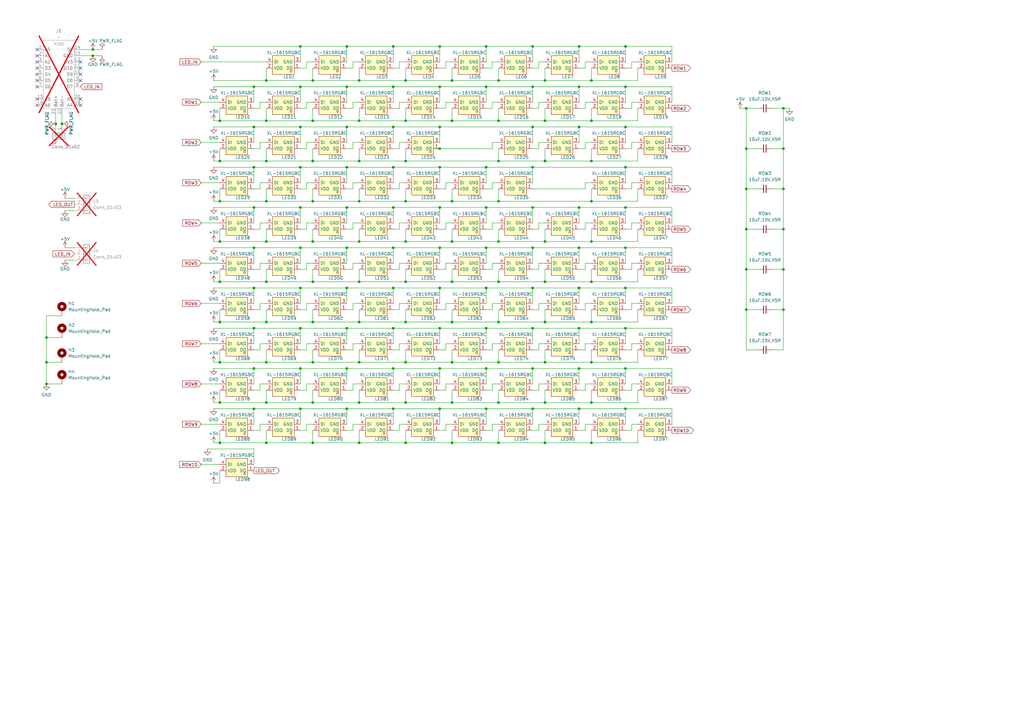
<source format=kicad_sch>
(kicad_sch (version 20231120) (generator "eeschema") (generator_version "8.0")
  (paper "A3")
  (lib_symbols
    (symbol "Connector_Generic:Conn_01x02" (pin_names (offset 1.016) hide)
      (property "Reference" "J" (at 0 2.54 0))
      (property "Value" "Conn_01x02" (at 0 -5.08 0))
      (symbol "Conn_01x02_1_1"
        (pin passive line (at -5.08 0 0) (length 3.81) (name "Pin_1") (number "1"))
        (pin passive line (at -5.08 -2.54 0) (length 3.81) (name "Pin_2") (number "2"))
      )
    )
    (symbol "Connector_Generic:Conn_01x03" (pin_names (offset 1.016) hide)
      (property "Reference" "J" (at 0 5.08 0))
      (property "Value" "Conn_01x03" (at 0 -5.08 0))
      (symbol "Conn_01x03_1_1"
        (pin passive line (at -5.08 2.54 0) (length 3.81) (name "Pin_1") (number "1"))
        (pin passive line (at -5.08 0 0) (length 3.81) (name "Pin_2") (number "2"))
        (pin passive line (at -5.08 -2.54 0) (length 3.81) (name "Pin_3") (number "3"))
      )
    )
    (symbol "Mechanical:MountingHole_Pad" (pin_numbers hide) (pin_names (offset 1.016) hide) (exclude_from_sim yes) (in_bom no)
      (property "Reference" "H" (at 0 6.35 0))
      (property "Value" "MountingHole_Pad" (at 0 4.445 0))
      (symbol "MountingHole_Pad_1_1"
        (pin input line (at 0 -2.54 90) (length 2.54) (name "1") (number "1"))
      )
    )
    (symbol "XIAO:XIAO"
      (property "Reference" "J" (at -3.048 12.446 0))
      (symbol "XIAO_1_1"
        (text "XIAO" (at 2.54 9.906 0) (effects (font (size 1.27 1.27))))
        (pin input line (at -6.35 7.62 0) (length 2.54) (name "A0") (number "1"))
        (pin input line (at 11.43 -2.54 180) (length 2.54) (name "D9") (number "10"))
        (pin input line (at 11.43 0 180) (length 2.54) (name "D10") (number "11"))
        (pin power_in line (at 11.43 2.54 180) (length 2.54) (name "3V3") (number "12"))
        (pin power_in line (at 11.43 5.08 180) (length 2.54) (name "GND") (number "13"))
        (pin power_in line (at 11.43 7.62 180) (length 2.54) (name "5V") (number "14"))
        (pin input line (at -6.35 -12.7 0) (length 2.54) (name "15") (number "15"))
        (pin input line (at -6.35 -15.24 0) (length 2.54) (name "A6") (number "16"))
        (pin input line (at 11.43 -15.24 180) (length 2.54) (name "A4") (number "18"))
        (pin input line (at -6.35 5.08 0) (length 2.54) (name "A1") (number "2"))
        (pin input line (at 11.43 -12.7 180) (length 2.54) (name "A5") (number "20"))
        (pin power_in line (at 1.27 -19.05 90) (length 2.54) (name "Bat+") (number "21"))
        (pin power_in line (at 3.81 -19.05 90) (length 2.54) (name "Bat-") (number "22"))
        (pin input line (at -6.35 2.54 0) (length 2.54) (name "A2") (number "3"))
        (pin input line (at -6.35 0 0) (length 2.54) (name "D3") (number "4"))
        (pin input line (at -6.35 -2.54 0) (length 2.54) (name "D4") (number "5"))
        (pin input line (at -6.35 -5.08 0) (length 2.54) (name "D5") (number "6"))
        (pin input line (at -6.35 -7.62 0) (length 2.54) (name "D6") (number "7"))
        (pin input line (at 11.43 -7.62 180) (length 2.54) (name "D7") (number "8"))
        (pin input line (at 11.43 -5.08 180) (length 2.54) (name "D8") (number "9"))
      )
    )
    (symbol "XL-1615RGBC-WS2812B:XL-1615RGBC-WS2812B"
      (property "Reference" "LED" (at -4.826 -4.826 0))
      (property "Value" "XL-1615RGBC" (at -1.778 4.572 0))
      (symbol "XL-1615RGBC-WS2812B_1_1"
        (pin output line (at -8.89 1.27 0) (length 2.54) (name "DO") (number "1"))
        (pin power_in line (at 5.08 1.27 180) (length 2.54) (name "VDD") (number "2"))
        (pin power_in line (at -8.89 -1.27 0) (length 2.54) (name "GND") (number "3"))
        (pin input line (at 5.08 -1.27 180) (length 2.54) (name "DI") (number "4"))
      )
    )
    (symbol "__sws_jlpcb:jlcpcb-1uF,25V,X5R"
      (property "Reference" "C130" (at -1.27 7.62 0))
      (property "Value" "jlcpcb-1uF,25V,X5R" (at -6.35 5.08 0))
      (symbol "jlcpcb-1uF,25V,X5R_0_0"
        (pin passive line (at 0 2.54 270) (length 2.032) (name "~") (number "1"))
        (pin passive line (at 0 -2.54 90) (length 2.032) (name "~") (number "2"))
      )
    )
    (symbol "power:+5V" (power) (pin_numbers hide) (pin_names (offset 0) hide)
      (property "Value" "+5V" (at 0 3.556 0))
      (symbol "+5V_1_1"
        (pin power_in line (at 0 0 90) (length 0) (name "~") (number "1"))
      )
    )
    (symbol "power:GND" (power) (pin_numbers hide) (pin_names (offset 0) hide)
      (property "Value" "GND" (at 0 -3.81 0))
      (symbol "GND_1_1"
        (pin power_in line (at 0 0 270) (length 0) (name "~") (number "1"))
      )
    )
    (symbol "power:PWR_FLAG" (power) (pin_numbers hide) (pin_names (offset 0) hide)
      (property "Value" "PWR_FLAG" (at 0 3.81 0))
      (symbol "PWR_FLAG_0_0"
        (pin power_out line (at 0 0 90) (length 0) (name "~") (number "1"))
      )
    )
  )
  (junction (at 161.29 151.13))
  (junction (at 142.24 85.09))
  (junction (at 242.57 132.08))
  (junction (at 204.47 132.08))
  (junction (at 109.22 99.06))
  (junction (at 199.39 134.62))
  (junction (at 161.29 52.07))
  (junction (at 109.22 148.59))
  (junction (at 180.34 60.96))
  (junction (at 104.14 52.07))
  (junction (at 321.31 93.98))
  (junction (at 306.07 77.47))
  (junction (at 185.42 132.08))
  (junction (at 38.1 22.86))
  (junction (at 256.54 85.09))
  (junction (at 218.44 35.56))
  (junction (at 147.32 66.04))
  (junction (at 104.14 85.09))
  (junction (at 19.05 138.43))
  (junction (at 223.52 99.06))
  (junction (at 180.34 101.6))
  (junction (at 109.22 115.57))
  (junction (at 199.39 167.64))
  (junction (at 242.57 49.53))
  (junction (at 142.24 35.56))
  (junction (at 242.57 99.06))
  (junction (at 109.22 66.04))
  (junction (at 256.54 101.6))
  (junction (at 199.39 101.6))
  (junction (at 237.49 35.56))
  (junction (at 128.27 33.02))
  (junction (at 147.32 115.57))
  (junction (at 218.44 118.11))
  (junction (at 218.44 167.64))
  (junction (at 199.39 151.13))
  (junction (at 25.4 50.8))
  (junction (at 321.31 110.49))
  (junction (at 109.22 49.53))
  (junction (at 185.42 181.61))
  (junction (at 242.57 115.57))
  (junction (at 256.54 68.58))
  (junction (at 166.37 82.55))
  (junction (at 161.29 35.56))
  (junction (at 306.07 110.49))
  (junction (at 218.44 151.13))
  (junction (at 180.34 19.05))
  (junction (at 256.54 118.11))
  (junction (at 223.52 49.53))
  (junction (at 180.34 134.62))
  (junction (at 147.32 165.1))
  (junction (at 161.29 101.6))
  (junction (at 142.24 151.13))
  (junction (at 38.1 20.32))
  (junction (at 306.07 60.96))
  (junction (at 185.42 99.06))
  (junction (at 128.27 148.59))
  (junction (at 123.19 151.13))
  (junction (at 204.47 33.02))
  (junction (at 218.44 19.05))
  (junction (at 242.57 181.61))
  (junction (at 166.37 165.1))
  (junction (at 90.17 132.08))
  (junction (at 180.34 68.58))
  (junction (at 104.14 118.11))
  (junction (at 321.31 44.45))
  (junction (at 147.32 181.61))
  (junction (at 104.14 35.56))
  (junction (at 180.34 35.56))
  (junction (at 223.52 33.02))
  (junction (at 256.54 167.64))
  (junction (at 128.27 132.08))
  (junction (at 256.54 35.56))
  (junction (at 223.52 148.59))
  (junction (at 185.42 33.02))
  (junction (at 242.57 148.59))
  (junction (at 161.29 167.64))
  (junction (at 256.54 151.13))
  (junction (at 142.24 118.11))
  (junction (at 166.37 115.57))
  (junction (at 321.31 77.47))
  (junction (at 223.52 66.04))
  (junction (at 185.42 148.59))
  (junction (at 199.39 68.58))
  (junction (at 185.42 115.57))
  (junction (at 90.17 165.1))
  (junction (at 109.22 132.08))
  (junction (at 306.07 93.98))
  (junction (at 242.57 66.04))
  (junction (at 223.52 132.08))
  (junction (at 218.44 85.09))
  (junction (at 242.57 82.55))
  (junction (at 180.34 151.13))
  (junction (at 161.29 85.09))
  (junction (at 166.37 33.02))
  (junction (at 185.42 82.55))
  (junction (at 256.54 134.62))
  (junction (at 237.49 151.13))
  (junction (at 166.37 66.04))
  (junction (at 218.44 134.62))
  (junction (at 166.37 132.08))
  (junction (at 123.19 52.07))
  (junction (at 142.24 68.58))
  (junction (at 22.86 50.8))
  (junction (at 104.14 134.62))
  (junction (at 321.31 60.96))
  (junction (at 161.29 68.58))
  (junction (at 199.39 85.09))
  (junction (at 90.17 148.59))
  (junction (at 161.29 134.62))
  (junction (at 128.27 181.61))
  (junction (at 237.49 19.05))
  (junction (at 104.14 167.64))
  (junction (at 104.14 68.58))
  (junction (at 237.49 167.64))
  (junction (at 204.47 181.61))
  (junction (at 128.27 99.06))
  (junction (at 147.32 49.53))
  (junction (at 199.39 118.11))
  (junction (at 204.47 165.1))
  (junction (at 147.32 132.08))
  (junction (at 180.34 85.09))
  (junction (at 204.47 99.06))
  (junction (at 256.54 19.05))
  (junction (at 166.37 99.06))
  (junction (at 128.27 66.04))
  (junction (at 185.42 165.1))
  (junction (at 142.24 134.62))
  (junction (at 90.17 181.61))
  (junction (at 128.27 82.55))
  (junction (at 123.19 35.56))
  (junction (at 237.49 52.07))
  (junction (at 185.42 49.53))
  (junction (at 90.17 82.55))
  (junction (at 204.47 115.57))
  (junction (at 142.24 101.6))
  (junction (at 123.19 68.58))
  (junction (at 306.07 44.45))
  (junction (at 128.27 115.57))
  (junction (at 123.19 167.64))
  (junction (at 161.29 118.11))
  (junction (at 109.22 82.55))
  (junction (at 218.44 52.07))
  (junction (at 199.39 35.56))
  (junction (at 142.24 52.07))
  (junction (at 123.19 118.11))
  (junction (at 242.57 33.02))
  (junction (at 223.52 181.61))
  (junction (at 204.47 66.04))
  (junction (at 256.54 52.07))
  (junction (at 109.22 33.02))
  (junction (at 180.34 118.11))
  (junction (at 147.32 82.55))
  (junction (at 242.57 165.1))
  (junction (at 142.24 167.64))
  (junction (at 147.32 99.06))
  (junction (at 123.19 134.62))
  (junction (at 321.31 127))
  (junction (at 147.32 148.59))
  (junction (at 166.37 181.61))
  (junction (at 90.17 115.57))
  (junction (at 128.27 49.53))
  (junction (at 180.34 167.64))
  (junction (at 237.49 118.11))
  (junction (at 104.14 151.13))
  (junction (at 104.14 101.6))
  (junction (at 109.22 165.1))
  (junction (at 166.37 49.53))
  (junction (at 237.49 101.6))
  (junction (at 237.49 85.09))
  (junction (at 90.17 49.53))
  (junction (at 218.44 101.6))
  (junction (at 204.47 49.53))
  (junction (at 199.39 19.05))
  (junction (at 142.24 19.05))
  (junction (at 123.19 101.6))
  (junction (at 223.52 115.57))
  (junction (at 204.47 82.55))
  (junction (at 19.05 148.59))
  (junction (at 90.17 99.06))
  (junction (at 204.47 148.59))
  (junction (at 19.05 157.48))
  (junction (at 123.19 19.05))
  (junction (at 161.29 19.05))
  (junction (at 90.17 66.04))
  (junction (at 123.19 85.09))
  (junction (at 306.07 127))
  (junction (at 237.49 134.62))
  (junction (at 223.52 165.1))
  (junction (at 109.22 181.61))
  (junction (at 147.32 33.02))
  (junction (at 166.37 148.59))
  (junction (at 180.34 52.07))
  (junction (at 218.44 68.58))
  (junction (at 128.27 165.1))
  (no_connect (at 33.02 30.48))
  (no_connect (at 15.24 22.86))
  (no_connect (at 15.24 33.02))
  (no_connect (at 15.24 20.32))
  (no_connect (at 33.02 27.94))
  (no_connect (at 33.02 40.64))
  (no_connect (at 33.02 33.02))
  (no_connect (at 15.24 40.64))
  (no_connect (at 15.24 35.56))
  (no_connect (at 33.02 43.18))
  (no_connect (at 33.02 25.4))
  (no_connect (at 15.24 25.4))
  (no_connect (at 15.24 30.48))
  (no_connect (at 15.24 43.18))
  (no_connect (at 15.24 27.94))
  (wire (pts (xy 147.32 173.99) (xy 144.78 173.99)))
  (wire (pts (xy 218.44 134.62) (xy 199.39 134.62)))
  (wire (pts (xy 237.49 107.95) (xy 237.49 101.6)))
  (wire (pts (xy 125.73 74.93) (xy 125.73 77.47)))
  (wire (pts (xy 87.63 148.59) (xy 90.17 148.59)))
  (wire (pts (xy 199.39 19.05) (xy 180.34 19.05)))
  (wire (pts (xy 321.31 77.47) (xy 316.23 77.47)))
  (wire (pts (xy 275.59 124.46) (xy 275.59 118.11)))
  (wire (pts (xy 142.24 91.44) (xy 142.24 85.09)))
  (wire (pts (xy 125.73 127) (xy 123.19 127)))
  (wire (pts (xy 275.59 68.58) (xy 256.54 68.58)))
  (wire (pts (xy 182.88 41.91) (xy 182.88 44.45)))
  (wire (pts (xy 223.52 49.53) (xy 223.52 44.45)))
  (wire (pts (xy 144.78 140.97) (xy 144.78 143.51)))
  (wire (pts (xy 106.68 93.98) (xy 104.14 93.98)))
  (wire (pts (xy 223.52 66.04) (xy 223.52 60.96)))
  (wire (pts (xy 223.52 115.57) (xy 223.52 110.49)))
  (wire (pts (xy 163.83 160.02) (xy 161.29 160.02)))
  (wire (pts (xy 201.93 140.97) (xy 201.93 143.51)))
  (wire (pts (xy 223.52 25.4) (xy 220.98 25.4)))
  (wire (pts (xy 125.73 77.47) (xy 123.19 77.47)))
  (wire (pts (xy 242.57 41.91) (xy 240.03 41.91)))
  (wire (pts (xy 180.34 58.42) (xy 180.34 52.07)))
  (wire (pts (xy 163.83 176.53) (xy 161.29 176.53)))
  (wire (pts (xy 218.44 68.58) (xy 199.39 68.58)))
  (wire (pts (xy 144.78 44.45) (xy 142.24 44.45)))
  (wire (pts (xy 161.29 157.48) (xy 161.29 151.13)))
  (wire (pts (xy 180.34 52.07) (xy 218.44 52.07)))
  (wire (pts (xy 125.73 176.53) (xy 123.19 176.53)))
  (wire (pts (xy 180.34 124.46) (xy 180.34 118.11)))
  (wire (pts (xy 182.88 77.47) (xy 180.34 77.47)))
  (wire (pts (xy 201.93 25.4) (xy 201.93 27.94)))
  (wire (pts (xy 123.19 74.93) (xy 123.19 68.58)))
  (wire (pts (xy 109.22 148.59) (xy 109.22 143.51)))
  (wire (pts (xy 201.93 143.51) (xy 199.39 143.51)))
  (wire (pts (xy 256.54 118.11) (xy 237.49 118.11)))
  (wire (pts (xy 240.03 157.48) (xy 240.03 160.02)))
  (wire (pts (xy 161.29 68.58) (xy 142.24 68.58)))
  (wire (pts (xy 204.47 66.04) (xy 204.47 60.96)))
  (wire (pts (xy 256.54 41.91) (xy 256.54 35.56)))
  (wire (pts (xy 259.08 176.53) (xy 256.54 176.53)))
  (wire (pts (xy 142.24 124.46) (xy 142.24 118.11)))
  (wire (pts (xy 123.19 41.91) (xy 123.19 35.56)))
  (wire (pts (xy 201.93 74.93) (xy 201.93 77.47)))
  (wire (pts (xy 201.93 110.49) (xy 199.39 110.49)))
  (wire (pts (xy 109.22 74.93) (xy 106.68 74.93)))
  (wire (pts (xy 142.24 118.11) (xy 123.19 118.11)))
  (wire (pts (xy 242.57 33.02) (xy 242.57 27.94)))
  (wire (pts (xy 185.42 44.45) (xy 185.42 49.53)))
  (wire (pts (xy 82.55 190.5) (xy 90.17 190.5)))
  (wire (pts (xy 204.47 99.06) (xy 204.47 93.98)))
  (wire (pts (xy 166.37 66.04) (xy 166.37 60.96)))
  (wire (pts (xy 90.17 165.1) (xy 109.22 165.1)))
  (wire (pts (xy 142.24 25.4) (xy 142.24 19.05)))
  (wire (pts (xy 180.34 68.58) (xy 161.29 68.58)))
  (wire (pts (xy 256.54 58.42) (xy 256.54 52.07)))
  (wire (pts (xy 87.63 85.09) (xy 104.14 85.09)))
  (wire (pts (xy 144.78 110.49) (xy 142.24 110.49)))
  (wire (pts (xy 161.29 19.05) (xy 142.24 19.05)))
  (wire (pts (xy 147.32 157.48) (xy 144.78 157.48)))
  (wire (pts (xy 223.52 165.1) (xy 204.47 165.1)))
  (wire (pts (xy 275.59 74.93) (xy 275.59 68.58)))
  (wire (pts (xy 199.39 35.56) (xy 180.34 35.56)))
  (wire (pts (xy 185.42 181.61) (xy 166.37 181.61)))
  (wire (pts (xy 161.29 85.09) (xy 142.24 85.09)))
  (wire (pts (xy 259.08 74.93) (xy 259.08 77.47)))
  (wire (pts (xy 123.19 140.97) (xy 123.19 134.62)))
  (wire (pts (xy 128.27 173.99) (xy 125.73 173.99)))
  (wire (pts (xy 182.88 91.44) (xy 182.88 93.98)))
  (wire (pts (xy 321.31 60.96) (xy 321.31 77.47)))
  (wire (pts (xy 204.47 132.08) (xy 204.47 127)))
  (wire (pts (xy 185.42 132.08) (xy 166.37 132.08)))
  (wire (pts (xy 147.32 115.57) (xy 128.27 115.57)))
  (wire (pts (xy 237.49 124.46) (xy 237.49 118.11)))
  (wire (pts (xy 306.07 143.51) (xy 306.07 127)))
  (wire (pts (xy 261.62 44.45) (xy 261.62 49.53)))
  (wire (pts (xy 106.68 60.96) (xy 104.14 60.96)))
  (wire (pts (xy 180.34 74.93) (xy 180.34 68.58)))
  (wire (pts (xy 128.27 181.61) (xy 128.27 176.53)))
  (wire (pts (xy 22.86 50.8) (xy 22.86 46.99)))
  (wire (pts (xy 240.03 74.93) (xy 240.03 77.47)))
  (wire (pts (xy 106.68 124.46) (xy 106.68 127)))
  (wire (pts (xy 223.52 132.08) (xy 223.52 127)))
  (wire (pts (xy 275.59 151.13) (xy 256.54 151.13)))
  (wire (pts (xy 199.39 101.6) (xy 180.34 101.6)))
  (wire (pts (xy 128.27 165.1) (xy 109.22 165.1)))
  (wire (pts (xy 109.22 41.91) (xy 106.68 41.91)))
  (wire (pts (xy 259.08 58.42) (xy 259.08 60.96)))
  (wire (pts (xy 185.42 127) (xy 185.42 132.08)))
  (wire (pts (xy 311.15 44.45) (xy 306.07 44.45)))
  (wire (pts (xy 144.78 107.95) (xy 144.78 110.49)))
  (wire (pts (xy 166.37 41.91) (xy 163.83 41.91)))
  (wire (pts (xy 123.19 35.56) (xy 104.14 35.56)))
  (wire (pts (xy 242.57 66.04) (xy 242.57 60.96)))
  (wire (pts (xy 128.27 74.93) (xy 125.73 74.93)))
  (wire (pts (xy 123.19 52.07) (xy 104.14 52.07)))
  (wire (pts (xy 242.57 49.53) (xy 223.52 49.53)))
  (wire (pts (xy 261.62 41.91) (xy 259.08 41.91)))
  (wire (pts (xy 204.47 148.59) (xy 204.47 143.51)))
  (wire (pts (xy 161.29 58.42) (xy 161.29 52.07)))
  (wire (pts (xy 182.88 74.93) (xy 182.88 77.47)))
  (wire (pts (xy 128.27 132.08) (xy 128.27 127)))
  (wire (pts (xy 182.88 127) (xy 180.34 127)))
  (wire (pts (xy 147.32 115.57) (xy 147.32 110.49)))
  (wire (pts (xy 256.54 19.05) (xy 237.49 19.05)))
  (wire (pts (xy 259.08 124.46) (xy 259.08 127)))
  (wire (pts (xy 166.37 74.93) (xy 163.83 74.93)))
  (wire (pts (xy 109.22 124.46) (xy 106.68 124.46)))
  (wire (pts (xy 166.37 99.06) (xy 166.37 93.98)))
  (wire (pts (xy 87.63 151.13) (xy 104.14 151.13)))
  (wire (pts (xy 90.17 82.55) (xy 109.22 82.55)))
  (wire (pts (xy 201.93 58.42) (xy 201.93 60.96)))
  (wire (pts (xy 106.68 58.42) (xy 106.68 60.96)))
  (wire (pts (xy 218.44 25.4) (xy 218.44 19.05)))
  (wire (pts (xy 166.37 66.04) (xy 204.47 66.04)))
  (wire (pts (xy 201.93 93.98) (xy 199.39 93.98)))
  (wire (pts (xy 182.88 143.51) (xy 180.34 143.51)))
  (wire (pts (xy 220.98 160.02) (xy 218.44 160.02)))
  (wire (pts (xy 201.93 44.45) (xy 199.39 44.45)))
  (wire (pts (xy 240.03 41.91) (xy 240.03 44.45)))
  (wire (pts (xy 223.52 107.95) (xy 220.98 107.95)))
  (wire (pts (xy 240.03 58.42) (xy 240.03 60.96)))
  (wire (pts (xy 275.59 157.48) (xy 275.59 151.13)))
  (wire (pts (xy 90.17 193.04) (xy 90.17 198.12)))
  (wire (pts (xy 242.57 165.1) (xy 242.57 160.02)))
  (wire (pts (xy 185.42 173.99) (xy 182.88 173.99)))
  (wire (pts (xy 19.05 148.59) (xy 19.05 157.48)))
  (wire (pts (xy 180.34 85.09) (xy 161.29 85.09)))
  (wire (pts (xy 161.29 25.4) (xy 161.29 19.05)))
  (wire (pts (xy 144.78 124.46) (xy 144.78 127)))
  (wire (pts (xy 261.62 143.51) (xy 261.62 148.59)))
  (wire (pts (xy 147.32 181.61) (xy 147.32 176.53)))
  (wire (pts (xy 147.32 91.44) (xy 144.78 91.44)))
  (wire (pts (xy 199.39 134.62) (xy 180.34 134.62)))
  (wire (pts (xy 223.52 181.61) (xy 223.52 176.53)))
  (wire (pts (xy 109.22 33.02) (xy 109.22 27.94)))
  (wire (pts (xy 123.19 118.11) (xy 104.14 118.11)))
  (wire (pts (xy 306.07 110.49) (xy 306.07 93.98)))
  (wire (pts (xy 220.98 157.48) (xy 220.98 160.02)))
  (wire (pts (xy 240.03 91.44) (xy 240.03 93.98)))
  (wire (pts (xy 104.14 74.93) (xy 104.14 68.58)))
  (wire (pts (xy 220.98 58.42) (xy 220.98 60.96)))
  (wire (pts (xy 125.73 140.97) (xy 125.73 143.51)))
  (wire (pts (xy 180.34 52.07) (xy 161.29 52.07)))
  (wire (pts (xy 163.83 60.96) (xy 161.29 60.96)))
  (wire (pts (xy 123.19 151.13) (xy 104.14 151.13)))
  (wire (pts (xy 237.49 157.48) (xy 237.49 151.13)))
  (wire (pts (xy 182.88 44.45) (xy 180.34 44.45)))
  (wire (pts (xy 321.31 110.49) (xy 316.23 110.49)))
  (wire (pts (xy 123.19 101.6) (xy 104.14 101.6)))
  (wire (pts (xy 147.32 58.42) (xy 144.78 58.42)))
  (wire (pts (xy 128.27 157.48) (xy 125.73 157.48)))
  (wire (pts (xy 204.47 91.44) (xy 201.93 91.44)))
  (wire (pts (xy 223.52 115.57) (xy 204.47 115.57)))
  (wire (pts (xy 163.83 157.48) (xy 163.83 160.02)))
  (wire (pts (xy 185.42 77.47) (xy 185.42 82.55)))
  (wire (pts (xy 147.32 140.97) (xy 144.78 140.97)))
  (wire (pts (xy 87.63 52.07) (xy 104.14 52.07)))
  (wire (pts (xy 237.49 173.99) (xy 237.49 167.64)))
  (wire (pts (xy 106.68 44.45) (xy 104.14 44.45)))
  (wire (pts (xy 82.55 41.91) (xy 90.17 41.91)))
  (wire (pts (xy 237.49 91.44) (xy 237.49 85.09)))
  (wire (pts (xy 144.78 157.48) (xy 144.78 160.02)))
  (wire (pts (xy 90.17 127) (xy 90.17 132.08)))
  (wire (pts (xy 261.62 60.96) (xy 261.62 66.04)))
  (wire (pts (xy 201.93 91.44) (xy 201.93 93.98)))
  (wire (pts (xy 161.29 107.95) (xy 161.29 101.6)))
  (wire (pts (xy 87.63 49.53) (xy 90.17 49.53)))
  (wire (pts (xy 237.49 52.07) (xy 218.44 52.07)))
  (wire (pts (xy 204.47 115.57) (xy 204.47 110.49)))
  (wire (pts (xy 90.17 160.02) (xy 90.17 165.1)))
  (wire (pts (xy 161.29 167.64) (xy 142.24 167.64)))
  (wire (pts (xy 109.22 140.97) (xy 106.68 140.97)))
  (wire (pts (xy 106.68 143.51) (xy 104.14 143.51)))
  (wire (pts (xy 237.49 140.97) (xy 237.49 134.62)))
  (wire (pts (xy 223.52 165.1) (xy 223.52 160.02)))
  (wire (pts (xy 147.32 25.4) (xy 144.78 25.4)))
  (wire (pts (xy 142.24 58.42) (xy 142.24 52.07)))
  (wire (pts (xy 220.98 107.95) (xy 220.98 110.49)))
  (wire (pts (xy 147.32 66.04) (xy 128.27 66.04)))
  (wire (pts (xy 180.34 25.4) (xy 180.34 19.05)))
  (wire (pts (xy 166.37 173.99) (xy 163.83 173.99)))
  (wire (pts (xy 261.62 93.98) (xy 261.62 99.06)))
  (wire (pts (xy 218.44 91.44) (xy 218.44 85.09)))
  (wire (pts (xy 256.54 167.64) (xy 237.49 167.64)))
  (wire (pts (xy 242.57 25.4) (xy 240.03 25.4)))
  (wire (pts (xy 223.52 140.97) (xy 220.98 140.97)))
  (wire (pts (xy 90.17 110.49) (xy 90.17 115.57)))
  (wire (pts (xy 256.54 35.56) (xy 237.49 35.56)))
  (wire (pts (xy 82.55 124.46) (xy 90.17 124.46)))
  (wire (pts (xy 161.29 91.44) (xy 161.29 85.09)))
  (wire (pts (xy 166.37 107.95) (xy 163.83 107.95)))
  (wire (pts (xy 87.63 101.6) (xy 104.14 101.6)))
  (wire (pts (xy 204.47 181.61) (xy 185.42 181.61)))
  (wire (pts (xy 275.59 107.95) (xy 275.59 101.6)))
  (wire (pts (xy 147.32 107.95) (xy 144.78 107.95)))
  (wire (pts (xy 220.98 127) (xy 218.44 127)))
  (wire (pts (xy 256.54 74.93) (xy 256.54 68.58)))
  (wire (pts (xy 223.52 132.08) (xy 204.47 132.08)))
  (wire (pts (xy 144.78 127) (xy 142.24 127)))
  (wire (pts (xy 242.57 33.02) (xy 223.52 33.02)))
  (wire (pts (xy 218.44 68.58) (xy 256.54 68.58)))
  (wire (pts (xy 223.52 58.42) (xy 220.98 58.42)))
  (wire (pts (xy 201.93 173.99) (xy 201.93 176.53)))
  (wire (pts (xy 199.39 118.11) (xy 180.34 118.11)))
  (wire (pts (xy 87.63 181.61) (xy 90.17 181.61)))
  (wire (pts (xy 256.54 25.4) (xy 256.54 19.05)))
  (wire (pts (xy 142.24 52.07) (xy 123.19 52.07)))
  (wire (pts (xy 142.24 35.56) (xy 123.19 35.56)))
  (wire (pts (xy 106.68 176.53) (xy 104.14 176.53)))
  (wire (pts (xy 185.42 110.49) (xy 185.42 115.57)))
  (wire (pts (xy 128.27 107.95) (xy 125.73 107.95)))
  (wire (pts (xy 199.39 157.48) (xy 199.39 151.13)))
  (wire (pts (xy 199.39 25.4) (xy 199.39 19.05)))
  (wire (pts (xy 204.47 74.93) (xy 201.93 74.93)))
  (wire (pts (xy 261.62 27.94) (xy 261.62 33.02)))
  (wire (pts (xy 144.78 60.96) (xy 142.24 60.96)))
  (wire (pts (xy 275.59 41.91) (xy 275.59 35.56)))
  (wire (pts (xy 256.54 107.95) (xy 256.54 101.6)))
  (wire (pts (xy 240.03 93.98) (xy 237.49 93.98)))
  (wire (pts (xy 218.44 151.13) (xy 199.39 151.13)))
  (wire (pts (xy 128.27 140.97) (xy 125.73 140.97)))
  (wire (pts (xy 259.08 143.51) (xy 256.54 143.51)))
  (wire (pts (xy 82.55 173.99) (xy 90.17 173.99)))
  (wire (pts (xy 142.24 173.99) (xy 142.24 167.64)))
  (wire (pts (xy 321.31 127) (xy 321.31 143.51)))
  (wire (pts (xy 147.32 148.59) (xy 128.27 148.59)))
  (wire (pts (xy 125.73 60.96) (xy 123.19 60.96)))
  (wire (pts (xy 237.49 167.64) (xy 218.44 167.64)))
  (wire (pts (xy 261.62 58.42) (xy 259.08 58.42)))
  (wire (pts (xy 185.42 176.53) (xy 185.42 181.61)))
  (wire (pts (xy 147.32 99.06) (xy 128.27 99.06)))
  (wire (pts (xy 90.17 143.51) (xy 90.17 148.59)))
  (wire (pts (xy 204.47 148.59) (xy 185.42 148.59)))
  (wire (pts (xy 242.57 132.08) (xy 223.52 132.08)))
  (wire (pts (xy 87.63 19.05) (xy 123.19 19.05)))
  (wire (pts (xy 185.42 33.02) (xy 166.37 33.02)))
  (wire (pts (xy 240.03 25.4) (xy 240.03 27.94)))
  (wire (pts (xy 240.03 176.53) (xy 237.49 176.53)))
  (wire (pts (xy 259.08 93.98) (xy 256.54 93.98)))
  (wire (pts (xy 90.17 148.59) (xy 109.22 148.59)))
  (wire (pts (xy 199.39 151.13) (xy 180.34 151.13)))
  (wire (pts (xy 144.78 74.93) (xy 144.78 77.47)))
  (wire (pts (xy 109.22 157.48) (xy 106.68 157.48)))
  (wire (pts (xy 242.57 58.42) (xy 240.03 58.42)))
  (wire (pts (xy 220.98 27.94) (xy 218.44 27.94)))
  (wire (pts (xy 182.88 157.48) (xy 182.88 160.02)))
  (wire (pts (xy 259.08 27.94) (xy 256.54 27.94)))
  (wire (pts (xy 261.62 140.97) (xy 259.08 140.97)))
  (wire (pts (xy 142.24 107.95) (xy 142.24 101.6)))
  (wire (pts (xy 311.15 127) (xy 306.07 127)))
  (wire (pts (xy 166.37 58.42) (xy 163.83 58.42)))
  (wire (pts (xy 259.08 110.49) (xy 256.54 110.49)))
  (wire (pts (xy 185.42 74.93) (xy 182.88 74.93)))
  (wire (pts (xy 306.07 77.47) (xy 306.07 60.96)))
  (wire (pts (xy 87.63 99.06) (xy 90.17 99.06)))
  (wire (pts (xy 109.22 58.42) (xy 106.68 58.42)))
  (wire (pts (xy 125.73 25.4) (xy 125.73 27.94)))
  (wire (pts (xy 26.67 86.36) (xy 30.48 86.36)))
  (wire (pts (xy 311.15 77.47) (xy 306.07 77.47)))
  (wire (pts (xy 218.44 167.64) (xy 199.39 167.64)))
  (wire (pts (xy 223.52 124.46) (xy 220.98 124.46)))
  (wire (pts (xy 199.39 85.09) (xy 180.34 85.09)))
  (wire (pts (xy 237.49 101.6) (xy 218.44 101.6)))
  (wire (pts (xy 125.73 173.99) (xy 125.73 176.53)))
  (wire (pts (xy 123.19 167.64) (xy 104.14 167.64)))
  (wire (pts (xy 261.62 25.4) (xy 259.08 25.4)))
  (wire (pts (xy 90.17 60.96) (xy 90.17 66.04)))
  (wire (pts (xy 161.29 173.99) (xy 161.29 167.64)))
  (wire (pts (xy 180.34 173.99) (xy 180.34 167.64)))
  (wire (pts (xy 242.57 165.1) (xy 223.52 165.1)))
  (wire (pts (xy 26.67 106.68) (xy 30.48 106.68)))
  (wire (pts (xy 147.32 66.04) (xy 147.32 60.96)))
  (wire (pts (xy 147.32 41.91) (xy 144.78 41.91)))
  (wire (pts (xy 185.42 99.06) (xy 166.37 99.06)))
  (wire (pts (xy 218.44 41.91) (xy 218.44 35.56)))
  (wire (pts (xy 261.62 77.47) (xy 261.62 82.55)))
  (wire (pts (xy 185.42 140.97) (xy 182.88 140.97)))
  (wire (pts (xy 144.78 41.91) (xy 144.78 44.45)))
  (wire (pts (xy 311.15 143.51) (xy 306.07 143.51)))
  (wire (pts (xy 259.08 160.02) (xy 256.54 160.02)))
  (wire (pts (xy 128.27 66.04) (xy 109.22 66.04)))
  (wire (pts (xy 109.22 173.99) (xy 106.68 173.99)))
  (wire (pts (xy 204.47 165.1) (xy 204.47 160.02)))
  (wire (pts (xy 163.83 93.98) (xy 161.29 93.98)))
  (wire (pts (xy 275.59 134.62) (xy 256.54 134.62)))
  (wire (pts (xy 261.62 176.53) (xy 261.62 181.61)))
  (wire (pts (xy 201.93 27.94) (xy 199.39 27.94)))
  (wire (pts (xy 166.37 181.61) (xy 147.32 181.61)))
  (wire (pts (xy 185.42 160.02) (xy 185.42 165.1)))
  (wire (pts (xy 166.37 132.08) (xy 166.37 127)))
  (wire (pts (xy 321.31 93.98) (xy 321.31 110.49)))
  (wire (pts (xy 163.83 27.94) (xy 161.29 27.94)))
  (wire (pts (xy 163.83 91.44) (xy 163.83 93.98)))
  (wire (pts (xy 242.57 49.53) (xy 242.57 44.45)))
  (wire (pts (xy 123.19 134.62) (xy 104.14 134.62)))
  (wire (pts (xy 261.62 157.48) (xy 259.08 157.48)))
  (wire (pts (xy 125.73 110.49) (xy 123.19 110.49)))
  (wire (pts (xy 90.17 77.47) (xy 90.17 82.55)))
  (wire (pts (xy 87.63 115.57) (xy 90.17 115.57)))
  (wire (pts (xy 163.83 110.49) (xy 161.29 110.49)))
  (wire (pts (xy 242.57 124.46) (xy 240.03 124.46)))
  (wire (pts (xy 106.68 160.02) (xy 104.14 160.02)))
  (wire (pts (xy 106.68 77.47) (xy 104.14 77.47)))
  (wire (pts (xy 185.42 49.53) (xy 166.37 49.53)))
  (wire (pts (xy 106.68 107.95) (xy 106.68 110.49)))
  (wire (pts (xy 220.98 110.49) (xy 218.44 110.49)))
  (wire (pts (xy 87.63 198.12) (xy 90.17 198.12)))
  (wire (pts (xy 201.93 41.91) (xy 201.93 44.45)))
  (wire (pts (xy 128.27 99.06) (xy 109.22 99.06)))
  (wire (pts (xy 144.78 173.99) (xy 144.78 176.53)))
  (wire (pts (xy 128.27 115.57) (xy 128.27 110.49)))
  (wire (pts (xy 220.98 91.44) (xy 220.98 93.98)))
  (wire (pts (xy 163.83 124.46) (xy 163.83 127)))
  (wire (pts (xy 180.34 60.96) (xy 177.8 60.96)))
  (wire (pts (xy 223.52 33.02) (xy 204.47 33.02)))
  (wire (pts (xy 180.34 140.97) (xy 180.34 134.62)))
  (wire (pts (xy 261.62 148.59) (xy 242.57 148.59)))
  (wire (pts (xy 166.37 148.59) (xy 166.37 143.51)))
  (wire (pts (xy 204.47 25.4) (xy 201.93 25.4)))
  (wire (pts (xy 185.42 115.57) (xy 166.37 115.57)))
  (wire (pts (xy 204.47 115.57) (xy 185.42 115.57)))
  (wire (pts (xy 142.24 151.13) (xy 123.19 151.13)))
  (wire (pts (xy 109.22 115.57) (xy 109.22 110.49)))
  (wire (pts (xy 182.88 173.99) (xy 182.88 176.53)))
  (wire (pts (xy 261.62 160.02) (xy 261.62 165.1)))
  (wire (pts (xy 180.34 134.62) (xy 161.29 134.62)))
  (wire (pts (xy 128.27 82.55) (xy 128.27 77.47)))
  (wire (pts (xy 161.29 101.6) (xy 142.24 101.6)))
  (wire (pts (xy 275.59 91.44) (xy 275.59 85.09)))
  (wire (pts (xy 242.57 157.48) (xy 240.03 157.48)))
  (wire (pts (xy 104.14 124.46) (xy 104.14 118.11)))
  (wire (pts (xy 128.27 132.08) (xy 109.22 132.08)))
  (wire (pts (xy 87.63 35.56) (xy 104.14 35.56)))
  (wire (pts (xy 199.39 173.99) (xy 199.39 167.64)))
  (wire (pts (xy 19.05 138.43) (xy 19.05 148.59)))
  (wire (pts (xy 204.47 165.1) (xy 185.42 165.1)))
  (wire (pts (xy 163.83 74.93) (xy 163.83 77.47)))
  (wire (pts (xy 128.27 165.1) (xy 128.27 160.02)))
  (wire (pts (xy 142.24 85.09) (xy 123.19 85.09)))
  (wire (pts (xy 82.55 157.48) (xy 90.17 157.48)))
  (wire (pts (xy 220.98 41.91) (xy 220.98 44.45)))
  (wire (pts (xy 223.52 33.02) (xy 223.52 27.94)))
  (wire (pts (xy 128.27 124.46) (xy 125.73 124.46)))
  (wire (pts (xy 180.34 101.6) (xy 161.29 101.6)))
  (wire (pts (xy 218.44 118.11) (xy 199.39 118.11)))
  (wire (pts (xy 242.57 115.57) (xy 223.52 115.57)))
  (wire (pts (xy 166.37 99.06) (xy 147.32 99.06)))
  (wire (pts (xy 123.19 25.4) (xy 123.19 19.05)))
  (wire (pts (xy 104.14 41.91) (xy 104.14 35.56)))
  (wire (pts (xy 147.32 74.93) (xy 144.78 74.93)))
  (wire (pts (xy 125.73 124.46) (xy 125.73 127)))
  (wire (pts (xy 180.34 167.64) (xy 161.29 167.64)))
  (wire (pts (xy 87.63 66.04) (xy 90.17 66.04)))
  (wire (pts (xy 199.39 74.93) (xy 199.39 68.58)))
  (wire (pts (xy 185.42 93.98) (xy 185.42 99.06)))
  (wire (pts (xy 240.03 140.97) (xy 240.03 143.51)))
  (wire (pts (xy 218.44 19.05) (xy 199.39 19.05)))
  (wire (pts (xy 242.57 115.57) (xy 242.57 110.49)))
  (wire (pts (xy 128.27 25.4) (xy 125.73 25.4)))
  (wire (pts (xy 261.62 165.1) (xy 242.57 165.1)))
  (wire (pts (xy 128.27 66.04) (xy 128.27 60.96)))
  (wire (pts (xy 275.59 118.11) (xy 256.54 118.11)))
  (wire (pts (xy 240.03 107.95) (xy 240.03 110.49)))
  (wire (pts (xy 201.93 77.47) (xy 199.39 77.47)))
  (wire (pts (xy 33.02 22.86) (xy 38.1 22.86)))
  (wire (pts (xy 104.14 91.44) (xy 104.14 85.09)))
  (wire (pts (xy 223.52 157.48) (xy 220.98 157.48)))
  (wire (pts (xy 220.98 124.46) (xy 220.98 127)))
  (wire (pts (xy 180.34 41.91) (xy 180.34 35.56)))
  (wire (pts (xy 90.17 66.04) (xy 109.22 66.04)))
  (wire (pts (xy 261.62 99.06) (xy 242.57 99.06)))
  (wire (pts (xy 144.78 160.02) (xy 142.24 160.02)))
  (wire (pts (xy 123.19 68.58) (xy 104.14 68.58)))
  (wire (pts (xy 261.62 91.44) (xy 259.08 91.44)))
  (wire (pts (xy 163.83 140.97) (xy 163.83 143.51)))
  (wire (pts (xy 223.52 66.04) (xy 204.47 66.04)))
  (wire (pts (xy 128.27 49.53) (xy 128.27 44.45)))
  (wire (pts (xy 261.62 124.46) (xy 259.08 124.46)))
  (wire (pts (xy 185.42 165.1) (xy 166.37 165.1)))
  (wire (pts (xy 161.29 35.56) (xy 142.24 35.56)))
  (wire (pts (xy 166.37 157.48) (xy 163.83 157.48)))
  (wire (pts (xy 147.32 181.61) (xy 128.27 181.61)))
  (wire (pts (xy 144.78 93.98) (xy 142.24 93.98)))
  (wire (pts (xy 242.57 173.99) (xy 240.03 173.99)))
  (wire (pts (xy 204.47 132.08) (xy 185.42 132.08)))
  (wire (pts (xy 147.32 132.08) (xy 128.27 132.08)))
  (wire (pts (xy 123.19 85.09) (xy 104.14 85.09)))
  (wire (pts (xy 185.42 148.59) (xy 166.37 148.59)))
  (wire (pts (xy 275.59 25.4) (xy 275.59 19.05)))
  (wire (pts (xy 218.44 85.09) (xy 199.39 85.09)))
  (wire (pts (xy 182.88 25.4) (xy 182.88 27.94)))
  (wire (pts (xy 166.37 165.1) (xy 147.32 165.1)))
  (wire (pts (xy 125.73 107.95) (xy 125.73 110.49)))
  (wire (pts (xy 311.15 93.98) (xy 306.07 93.98)))
  (wire (pts (xy 166.37 148.59) (xy 147.32 148.59)))
  (wire (pts (xy 240.03 143.51) (xy 237.49 143.51)))
  (wire (pts (xy 147.32 33.02) (xy 128.27 33.02)))
  (wire (pts (xy 275.59 58.42) (xy 275.59 52.07)))
  (wire (pts (xy 321.31 60.96) (xy 316.23 60.96)))
  (wire (pts (xy 166.37 33.02) (xy 166.37 27.94)))
  (wire (pts (xy 147.32 49.53) (xy 147.32 44.45)))
  (wire (pts (xy 106.68 157.48) (xy 106.68 160.02)))
  (wire (pts (xy 19.05 138.43) (xy 25.4 138.43)))
  (wire (pts (xy 87.63 167.64) (xy 104.14 167.64)))
  (wire (pts (xy 256.54 134.62) (xy 237.49 134.62)))
  (wire (pts (xy 242.57 99.06) (xy 242.57 93.98)))
  (wire (pts (xy 185.42 41.91) (xy 182.88 41.91)))
  (wire (pts (xy 109.22 82.55) (xy 109.22 77.47)))
  (wire (pts (xy 125.73 143.51) (xy 123.19 143.51)))
  (wire (pts (xy 242.57 140.97) (xy 240.03 140.97)))
  (wire (pts (xy 109.22 107.95) (xy 106.68 107.95)))
  (wire (pts (xy 180.34 118.11) (xy 161.29 118.11)))
  (wire (pts (xy 182.88 140.97) (xy 182.88 143.51)))
  (wire (pts (xy 161.29 118.11) (xy 142.24 118.11)))
  (wire (pts (xy 104.14 58.42) (xy 104.14 52.07)))
  (wire (pts (xy 25.4 129.54) (xy 19.05 129.54)))
  (wire (pts (xy 199.39 41.91) (xy 199.39 35.56)))
  (wire (pts (xy 161.29 140.97) (xy 161.29 134.62)))
  (wire (pts (xy 242.57 91.44) (xy 240.03 91.44)))
  (wire (pts (xy 321.31 127) (xy 316.23 127)))
  (wire (pts (xy 204.47 99.06) (xy 185.42 99.06)))
  (wire (pts (xy 185.42 82.55) (xy 166.37 82.55)))
  (wire (pts (xy 201.93 124.46) (xy 201.93 127)))
  (wire (pts (xy 128.27 33.02) (xy 128.27 27.94)))
  (wire (pts (xy 242.57 82.55) (xy 242.57 77.47)))
  (wire (pts (xy 223.52 41.91) (xy 220.98 41.91)))
  (wire (pts (xy 90.17 93.98) (xy 90.17 99.06)))
  (wire (pts (xy 166.37 91.44) (xy 163.83 91.44)))
  (wire (pts (xy 147.32 132.08) (xy 147.32 127)))
  (wire (pts (xy 321.31 77.47) (xy 321.31 93.98)))
  (wire (pts (xy 182.88 27.94) (xy 180.34 27.94)))
  (wire (pts (xy 161.29 52.07) (xy 142.24 52.07)))
  (wire (pts (xy 237.49 25.4) (xy 237.49 19.05)))
  (wire (pts (xy 259.08 41.91) (xy 259.08 44.45)))
  (wire (pts (xy 204.47 82.55) (xy 242.57 82.55)))
  (wire (pts (xy 104.14 157.48) (xy 104.14 151.13)))
  (wire (pts (xy 19.05 129.54) (xy 19.05 138.43)))
  (wire (pts (xy 259.08 25.4) (xy 259.08 27.94)))
  (wire (pts (xy 147.32 165.1) (xy 128.27 165.1)))
  (wire (pts (xy 220.98 93.98) (xy 218.44 93.98)))
  (wire (pts (xy 90.17 49.53) (xy 109.22 49.53)))
  (wire (pts (xy 242.57 107.95) (xy 240.03 107.95)))
  (wire (pts (xy 201.93 160.02) (xy 199.39 160.02)))
  (wire (pts (xy 109.22 66.04) (xy 109.22 60.96)))
  (wire (pts (xy 199.39 91.44) (xy 199.39 85.09)))
  (wire (pts (xy 123.19 124.46) (xy 123.19 118.11)))
  (wire (pts (xy 182.88 176.53) (xy 180.34 176.53)))
  (wire (pts (xy 147.32 148.59) (xy 147.32 143.51)))
  (wire (pts (xy 182.88 93.98) (xy 180.34 93.98)))
  (wire (pts (xy 19.05 157.48) (xy 25.4 157.48)))
  (wire (pts (xy 201.93 127) (xy 199.39 127)))
  (wire (pts (xy 109.22 181.61) (xy 109.22 176.53)))
  (wire (pts (xy 180.34 91.44) (xy 180.34 85.09)))
  (wire (pts (xy 275.59 140.97) (xy 275.59 134.62)))
  (wire (pts (xy 261.62 107.95) (xy 259.08 107.95)))
  (wire (pts (xy 128.27 91.44) (xy 125.73 91.44)))
  (wire (pts (xy 163.83 25.4) (xy 163.83 27.94)))
  (wire (pts (xy 306.07 93.98) (xy 306.07 77.47)))
  (wire (pts (xy 242.57 181.61) (xy 242.57 176.53)))
  (wire (pts (xy 147.32 165.1) (xy 147.32 160.02)))
  (wire (pts (xy 82.55 107.95) (xy 90.17 107.95)))
  (wire (pts (xy 87.63 134.62) (xy 104.14 134.62)))
  (wire (pts (xy 90.17 181.61) (xy 109.22 181.61)))
  (wire (pts (xy 204.47 41.91) (xy 201.93 41.91)))
  (wire (pts (xy 109.22 49.53) (xy 109.22 44.45)))
  (wire (pts (xy 242.57 66.04) (xy 223.52 66.04)))
  (wire (pts (xy 321.31 110.49) (xy 321.31 127)))
  (wire (pts (xy 144.78 143.51) (xy 142.24 143.51)))
  (wire (pts (xy 223.52 49.53) (xy 204.47 49.53)))
  (wire (pts (xy 125.73 91.44) (xy 125.73 93.98)))
  (wire (pts (xy 204.47 49.53) (xy 185.42 49.53)))
  (wire (pts (xy 166.37 115.57) (xy 147.32 115.57)))
  (wire (pts (xy 163.83 107.95) (xy 163.83 110.49)))
  (wire (pts (xy 106.68 140.97) (xy 106.68 143.51)))
  (wire (pts (xy 261.62 74.93) (xy 259.08 74.93)))
  (wire (pts (xy 204.47 124.46) (xy 201.93 124.46)))
  (wire (pts (xy 218.44 58.42) (xy 218.44 52.07)))
  (wire (pts (xy 220.98 60.96) (xy 218.44 60.96)))
  (wire (pts (xy 104.14 190.5) (xy 104.14 184.15)))
  (wire (pts (xy 204.47 82.55) (xy 185.42 82.55)))
  (wire (pts (xy 256.54 91.44) (xy 256.54 85.09)))
  (wire (pts (xy 242.57 74.93) (xy 240.03 74.93)))
  (wire (pts (xy 242.57 148.59) (xy 242.57 143.51)))
  (wire (pts (xy 223.52 91.44) (xy 220.98 91.44)))
  (wire (pts (xy 87.63 118.11) (xy 104.14 118.11)))
  (wire (pts (xy 261.62 82.55) (xy 242.57 82.55)))
  (wire (pts (xy 261.62 173.99) (xy 259.08 173.99)))
  (wire (pts (xy 321.31 44.45) (xy 321.31 60.96)))
  (wire (pts (xy 109.22 91.44) (xy 106.68 91.44)))
  (wire (pts (xy 90.17 44.45) (xy 90.17 49.53)))
  (wire (pts (xy 163.83 143.51) (xy 161.29 143.51)))
  (wire (pts (xy 144.78 176.53) (xy 142.24 176.53)))
  (wire (pts (xy 147.32 33.02) (xy 147.32 27.94)))
  (wire (pts (xy 142.24 140.97) (xy 142.24 134.62)))
  (wire (pts (xy 204.47 33.02) (xy 204.47 27.94)))
  (wire (pts (xy 240.03 173.99) (xy 240.03 176.53)))
  (wire (pts (xy 166.37 66.04) (xy 147.32 66.04)))
  (wire (pts (xy 87.63 68.58) (xy 104.14 68.58)))
  (wire (pts (xy 261.62 181.61) (xy 242.57 181.61)))
  (wire (pts (xy 321.31 44.45) (xy 316.23 44.45)))
  (wire (pts (xy 256.54 157.48) (xy 256.54 151.13)))
  (wire (pts (xy 303.53 44.45) (xy 306.07 44.45)))
  (wire (pts (xy 220.98 173.99) (xy 220.98 176.53)))
  (wire (pts (xy 256.54 151.13) (xy 237.49 151.13)))
  (wire (pts (xy 259.08 77.47) (xy 256.54 77.47)))
  (wire (pts (xy 82.55 58.42) (xy 90.17 58.42)))
  (wire (pts (xy 142.24 68.58) (xy 123.19 68.58)))
  (wire (pts (xy 142.24 41.91) (xy 142.24 35.56)))
  (wire (pts (xy 180.34 19.05) (xy 161.29 19.05)))
  (wire (pts (xy 180.34 157.48) (xy 180.34 151.13)))
  (wire (pts (xy 204.47 33.02) (xy 185.42 33.02)))
  (wire (pts (xy 220.98 143.51) (xy 218.44 143.51)))
  (wire (pts (xy 38.1 20.32) (xy 41.91 20.32)))
  (wire (pts (xy 218.44 173.99) (xy 218.44 167.64)))
  (wire (pts (xy 256.54 101.6) (xy 237.49 101.6)))
  (wire (pts (xy 220.98 44.45) (xy 218.44 44.45)))
  (wire (pts (xy 185.42 157.48) (xy 182.88 157.48)))
  (wire (pts (xy 125.73 58.42) (xy 125.73 60.96)))
  (wire (pts (xy 321.31 44.45) (xy 323.85 44.45)))
  (wire (pts (xy 275.59 173.99) (xy 275.59 167.64)))
  (wire (pts (xy 82.55 25.4) (xy 109.22 25.4)))
  (wire (pts (xy 82.55 74.93) (xy 90.17 74.93)))
  (wire (pts (xy 142.24 134.62) (xy 123.19 134.62)))
  (wire (pts (xy 161.29 151.13) (xy 142.24 151.13)))
  (wire (pts (xy 199.39 68.58) (xy 180.34 68.58)))
  (wire (pts (xy 240.03 60.96) (xy 237.49 60.96)))
  (wire (pts (xy 33.02 20.32) (xy 38.1 20.32)))
  (wire (pts (xy 128.27 115.57) (xy 109.22 115.57)))
  (wire (pts (xy 261.62 127) (xy 261.62 132.08)))
  (wire (pts (xy 261.62 110.49) (xy 261.62 115.57)))
  (wire (pts (xy 237.49 118.11) (xy 218.44 118.11)))
  (wire (pts (xy 240.03 124.46) (xy 240.03 127)))
  (wire (pts (xy 185.42 25.4) (xy 182.88 25.4)))
  (wire (pts (xy 166.37 165.1) (xy 166.37 160.02)))
  (wire (pts (xy 199.39 107.95) (xy 199.39 101.6)))
  (wire (pts (xy 204.47 181.61) (xy 204.47 176.53)))
  (wire (pts (xy 223.52 99.06) (xy 204.47 99.06)))
  (wire (pts (xy 163.83 77.47) (xy 161.29 77.47)))
  (wire (pts (xy 321.31 143.51) (xy 316.23 143.51)))
  (wire (pts (xy 218.44 74.93) (xy 218.44 68.58)))
  (wire (pts (xy 199.39 140.97) (xy 199.39 134.62)))
  (wire (pts (xy 161.29 124.46) (xy 161.29 118.11)))
  (wire (pts (xy 104.14 173.99) (xy 104.14 167.64)))
  (wire (pts (xy 123.19 107.95) (xy 123.19 101.6)))
  (wire (pts (xy 185.42 107.95) (xy 182.88 107.95)))
  (wire (pts (xy 237.49 35.56) (xy 218.44 35.56)))
  (wire (pts (xy 199.39 167.64) (xy 180.34 167.64)))
  (wire (pts (xy 166.37 82.55) (xy 166.37 77.47)))
  (wire (pts (xy 242.57 181.61) (xy 223.52 181.61)))
  (wire (pts (xy 125.73 44.45) (xy 123.19 44.45)))
  (wire (pts (xy 182.88 107.95) (xy 182.88 110.49)))
  (wire (pts (xy 144.78 91.44) (xy 144.78 93.98)))
  (wire (pts (xy 242.57 99.06) (xy 223.52 99.06)))
  (wire (pts (xy 180.34 60.96) (xy 201.93 60.96)))
  (wire (pts (xy 106.68 127) (xy 104.14 127)))
  (wire (pts (xy 201.93 157.48) (xy 201.93 160.02)))
  (wire (pts (xy 242.57 148.59) (xy 223.52 148.59)))
  (wire (pts (xy 19.05 148.59) (xy 25.4 148.59)))
  (wire (pts (xy 185.42 27.94) (xy 185.42 33.02)))
  (wire (pts (xy 223.52 148.59) (xy 204.47 148.59)))
  (wire (pts (xy 106.68 173.99) (xy 106.68 176.53)))
  (wire (pts (xy 163.83 58.42) (xy 163.83 60.96)))
  (wire (pts (xy 123.19 157.48) (xy 123.19 151.13)))
  (wire (pts (xy 275.59 101.6) (xy 256.54 101.6)))
  (wire (pts (xy 237.49 41.91) (xy 237.49 35.56)))
  (wire (pts (xy 106.68 41.91) (xy 106.68 44.45)))
  (wire (pts (xy 261.62 49.53) (xy 242.57 49.53)))
  (wire (pts (xy 237.49 151.13) (xy 218.44 151.13)))
  (wire (pts (xy 147.32 124.46) (xy 144.78 124.46)))
  (wire (pts (xy 204.47 82.55) (xy 204.47 77.47)))
  (wire (pts (xy 125.73 160.02) (xy 123.19 160.02)))
  (wire (pts (xy 261.62 33.02) (xy 242.57 33.02)))
  (wire (pts (xy 144.78 27.94) (xy 142.24 27.94)))
  (wire (pts (xy 218.44 77.47) (xy 240.03 77.47)))
  (wire (pts (xy 166.37 124.46) (xy 163.83 124.46)))
  (wire (pts (xy 240.03 160.02) (xy 237.49 160.02)))
  (wire (pts (xy 87.63 165.1) (xy 90.17 165.1)))
  (wire (pts (xy 128.27 99.06) (xy 128.27 93.98)))
  (wire (pts (xy 147.32 82.55) (xy 128.27 82.55)))
  (wire (pts (xy 163.83 41.91) (xy 163.83 44.45)))
  (wire (pts (xy 144.78 58.42) (xy 144.78 60.96)))
  (wire (pts (xy 256.54 52.07) (xy 237.49 52.07)))
  (wire (pts (xy 123.19 173.99) (xy 123.19 167.64)))
  (wire (pts (xy 180.34 151.13) (xy 161.29 151.13)))
  (wire (pts (xy 142.24 101.6) (xy 123.19 101.6)))
  (wire (pts (xy 128.27 148.59) (xy 128.27 143.51)))
  (wire (pts (xy 90.17 115.57) (xy 109.22 115.57)))
  (wire (pts (xy 218.44 140.97) (xy 218.44 134.62)))
  (wire (pts (xy 26.67 101.6) (xy 30.48 101.6)))
  (wire (pts (xy 128.27 49.53) (xy 109.22 49.53)))
  (wire (pts (xy 104.14 140.97) (xy 104.14 134.62)))
  (wire (pts (xy 123.19 91.44) (xy 123.19 85.09)))
  (wire (pts (xy 182.88 160.02) (xy 180.34 160.02)))
  (wire (pts (xy 109.22 165.1) (xy 109.22 160.02)))
  (wire (pts (xy 166.37 140.97) (xy 163.83 140.97)))
  (wire (pts (xy 125.73 27.94) (xy 123.19 27.94)))
  (wire (pts (xy 261.62 132.08) (xy 242.57 132.08)))
  (wire (pts (xy 199.39 124.46) (xy 199.39 118.11)))
  (wire (pts (xy 106.68 91.44) (xy 106.68 93.98)))
  (wire (pts (xy 237.49 19.05) (xy 218.44 19.05)))
  (wire (pts (xy 163.83 127) (xy 161.29 127)))
  (wire (pts (xy 223.52 181.61) (xy 204.47 181.61)))
  (wire (pts (xy 128.27 82.55) (xy 109.22 82.55)))
  (wire (pts (xy 142.24 19.05) (xy 123.19 19.05)))
  (wire (pts (xy 259.08 91.44) (xy 259.08 93.98)))
  (wire (pts (xy 180.34 107.95) (xy 180.34 101.6)))
  (wire (pts (xy 147.32 99.06) (xy 147.32 93.98)))
  (wire (pts (xy 218.44 124.46) (xy 218.44 118.11)))
  (wire (pts (xy 90.17 99.06) (xy 109.22 99.06)))
  (wire (pts (xy 237.49 134.62) (xy 218.44 134.62)))
  (wire (pts (xy 240.03 44.45) (xy 237.49 44.45)))
  (wire (pts (xy 220.98 25.4) (xy 220.98 27.94)))
  (wire (pts (xy 182.88 124.46) (xy 182.88 127)))
  (wire (pts (xy 166.37 49.53) (xy 166.37 44.45)))
  (wire (pts (xy 259.08 60.96) (xy 256.54 60.96)))
  (wire (pts (xy 240.03 27.94) (xy 237.49 27.94)))
  (wire (pts (xy 306.07 127) (xy 306.07 110.49)))
  (wire (pts (xy 104.14 184.15) (xy 85.09 184.15)))
  (wire (pts (xy 218.44 101.6) (xy 199.39 101.6)))
  (wire (pts (xy 109.22 132.08) (xy 109.22 127)))
  (wire (pts (xy 106.68 110.49) (xy 104.14 110.49)))
  (wire (pts (xy 87.63 82.55) (xy 90.17 82.55)))
  (wire (pts (xy 144.78 77.47) (xy 142.24 77.47)))
  (wire (pts (xy 185.42 124.46) (xy 182.88 124.46)))
  (wire (pts (xy 106.68 74.93) (xy 106.68 77.47)))
  (wire (pts (xy 128.27 41.91) (xy 125.73 41.91)))
  (wire (pts (xy 82.55 91.44) (xy 90.17 91.44)))
  (wire (pts (xy 321.31 93.98) (xy 316.23 93.98)))
  (wire (pts (xy 259.08 157.48) (xy 259.08 160.02)))
  (wire (pts (xy 240.03 110.49) (xy 237.49 110.49)))
  (wire (pts (xy 182.88 110.49) (xy 180.34 110.49)))
  (wire (pts (xy 128.27 148.59) (xy 109.22 148.59)))
  (wire (pts (xy 163.83 44.45) (xy 161.29 44.45)))
  (wire (pts (xy 166.37 132.08) (xy 147.32 132.08)))
  (wire (pts (xy 204.47 140.97) (xy 201.93 140.97)))
  (wire (pts (xy 109.22 99.06) (xy 109.22 93.98)))
  (wire (pts (xy 38.1 22.86) (xy 41.91 22.86)))
  (wire (pts (xy 256.54 173.99) (xy 256.54 167.64)))
  (wire (pts (xy 204.47 157.48) (xy 201.93 157.48)))
  (wire (pts (xy 128.27 33.02) (xy 109.22 33.02)))
  (wire (pts (xy 259.08 44.45) (xy 256.54 44.45)))
  (wire (pts (xy 256.54 85.09) (xy 237.49 85.09)))
  (wire (pts (xy 87.63 132.08) (xy 90.17 132.08)))
  (wire (pts (xy 306.07 60.96) (xy 306.07 44.45)))
  (wire (pts (xy 166.37 181.61) (xy 166.37 176.53)))
  (wire (pts (xy 125.73 157.48) (xy 125.73 160.02)))
  (wire (pts (xy 275.59 85.09) (xy 256.54 85.09)))
  (wire (pts (xy 218.44 35.56) (xy 199.39 35.56)))
  (wire (pts (xy 237.49 58.42) (xy 237.49 52.07)))
  (wire (pts (xy 218.44 107.95) (xy 218.44 101.6)))
  (wire (pts (xy 311.15 60.96) (xy 306.07 60.96)))
  (wire (pts (xy 125.73 41.91) (xy 125.73 44.45)))
  (wire (pts (xy 128.27 58.42) (xy 125.73 58.42)))
  (wire (pts (xy 218.44 157.48) (xy 218.44 151.13)))
  (wire (pts (xy 256.54 140.97) (xy 256.54 134.62)))
  (wire (pts (xy 147.32 49.53) (xy 128.27 49.53)))
  (wire (pts (xy 220.98 176.53) (xy 218.44 176.53)))
  (wire (pts (xy 90.17 176.53) (xy 90.17 181.61)))
  (wire (pts (xy 90.17 132.08) (xy 109.22 132.08)))
  (wire (pts (xy 204.47 58.42) (xy 201.93 58.42)))
  (wire (pts (xy 261.62 66.04) (xy 242.57 66.04)))
  (wire (pts (xy 166.37 25.4) (xy 163.83 25.4)))
  (wire (pts (xy 223.52 148.59) (xy 223.52 143.51)))
  (wire (pts (xy 26.67 81.28) (xy 30.48 81.28)))
  (wire (pts (xy 166.37 49.53) (xy 147.32 49.53)))
  (wire (pts (xy 240.03 127) (xy 237.49 127)))
  (wire (pts (xy 185.42 143.51) (xy 185.42 148.59)))
  (wire (pts (xy 87.63 33.02) (xy 109.22 33.02)))
  (wire (pts (xy 161.29 41.91) (xy 161.29 35.56)))
  (wire (pts (xy 125.73 93.98) (xy 123.19 93.98)))
  (wire (pts (xy 204.47 107.95) (xy 201.93 107.95)))
  (wire (pts (xy 256.54 124.46) (xy 256.54 118.11)))
  (wire (pts (xy 161.29 74.93) (xy 161.29 68.58)))
  (wire (pts (xy 142.24 167.64) (xy 123.19 167.64)))
  (wire (pts (xy 261.62 115.57) (xy 242.57 115.57)))
  (wire (pts (xy 144.78 25.4) (xy 144.78 27.94)))
  (wire (pts (xy 220.98 140.97) (xy 220.98 143.51)))
  (wire (pts (xy 128.27 181.61) (xy 109.22 181.61)))
  (wire (pts (xy 142.24 157.48) (xy 142.24 151.13)))
  (wire (pts (xy 166.37 33.02) (xy 147.32 33.02)))
  (wire (pts (xy 201.93 107.95) (xy 201.93 110.49)))
  (wire (pts (xy 259.08 140.97) (xy 259.08 143.51)))
  (wire (pts (xy 166.37 82.55) (xy 147.32 82.55)))
  (wire (pts (xy 201.93 176.53) (xy 199.39 176.53)))
  (wire (pts (xy 185.42 91.44) (xy 182.88 91.44)))
  (wire (pts (xy 275.59 52.07) (xy 256.54 52.07)))
  (wire (pts (xy 259.08 173.99) (xy 259.08 176.53)))
  (wire (pts (xy 25.4 50.8) (xy 25.4 46.99)))
  (wire (pts (xy 166.37 115.57) (xy 166.37 110.49)))
  (wire (pts (xy 82.55 140.97) (xy 90.17 140.97)))
  (wire (pts (xy 180.34 35.56) (xy 161.29 35.56)))
  (wire (pts (xy 147.32 82.55) (xy 147.32 77.47)))
  (wire (pts (xy 204.47 173.99) (xy 201.93 173.99)))
  (wire (pts (xy 123.19 58.42) (xy 123.19 52.07)))
  (wire (pts (xy 223.52 173.99) (xy 220.98 173.99)))
  (wire (pts (xy 142.24 74.93) (xy 142.24 68.58)))
  (wire (pts (xy 275.59 167.64) (xy 256.54 167.64)))
  (wire (pts (xy 204.47 49.53) (xy 204.47 44.45)))
  (wire (pts (xy 311.15 110.49) (xy 306.07 110.49)))
  (wire (pts (xy 275.59 19.05) (xy 256.54 19.05)))
  (wire (pts (xy 104.14 107.95) (xy 104.14 101.6)))
  (wire (pts (xy 161.29 134.62) (xy 142.24 134.62)))
  (wire (pts (xy 275.59 35.56) (xy 256.54 35.56)))
  (wire (pts (xy 223.52 99.06) (xy 223.52 93.98)))
  (wire (pts (xy 259.08 107.95) (xy 259.08 110.49)))
  (wire (pts (xy 259.08 127) (xy 256.54 127)))
  (wire (pts (xy 237.49 85.09) (xy 218.44 85.09)))
  (wire (pts (xy 242.57 132.08) (xy 242.57 127)))
  (wire (pts (xy 163.83 173.99) (xy 163.83 176.53)))
  (global_label "ROW10" (shape output) (at 275.59 176.53 0) (property "Intersheetrefs" "${INTERSHEET_REFS}" (effects (hide yes))))
  (global_label "LED_IN" (shape input) (at 30.48 104.14 180) (property "Intersheetrefs" "${INTERSHEET_REFS}" (effects (hide yes))))
  (global_label "ROW3" (shape input) (at 82.55 74.93 180) (property "Intersheetrefs" "${INTERSHEET_REFS}" (effects (hide yes))))
  (global_label "ROW1" (shape output) (at 275.59 27.94 0) (property "Intersheetrefs" "${INTERSHEET_REFS}" (effects (hide yes))))
  (global_label "ROW2" (shape input) (at 82.55 58.42 180) (property "Intersheetrefs" "${INTERSHEET_REFS}" (effects (hide yes))))
  (global_label "LED_IN" (shape input) (at 33.02 35.56 0) (property "Intersheetrefs" "${INTERSHEET_REFS}" (effects (hide yes))))
  (global_label "ROW3" (shape output) (at 275.59 60.96 0) (property "Intersheetrefs" "${INTERSHEET_REFS}" (effects (hide yes))))
  (global_label "ROW1" (shape input) (at 82.55 41.91 180) (property "Intersheetrefs" "${INTERSHEET_REFS}" (effects (hide yes))))
  (global_label "ROW4" (shape input) (at 82.55 91.44 180) (property "Intersheetrefs" "${INTERSHEET_REFS}" (effects (hide yes))))
  (global_label "ROW4" (shape output) (at 275.59 77.47 0) (property "Intersheetrefs" "${INTERSHEET_REFS}" (effects (hide yes))))
  (global_label "ROW5" (shape output) (at 275.59 93.98 0) (property "Intersheetrefs" "${INTERSHEET_REFS}" (effects (hide yes))))
  (global_label "ROW9" (shape output) (at 275.59 160.02 0) (property "Intersheetrefs" "${INTERSHEET_REFS}" (effects (hide yes))))
  (global_label "ROW2" (shape output) (at 275.59 44.45 0) (property "Intersheetrefs" "${INTERSHEET_REFS}" (effects (hide yes))))
  (global_label "LED_OUT" (shape output) (at 104.14 193.04 0) (property "Intersheetrefs" "${INTERSHEET_REFS}" (effects (hide yes))))
  (global_label "ROW9" (shape input) (at 82.55 173.99 180) (property "Intersheetrefs" "${INTERSHEET_REFS}" (effects (hide yes))))
  (global_label "ROW5" (shape input) (at 82.55 107.95 180) (property "Intersheetrefs" "${INTERSHEET_REFS}" (effects (hide yes))))
  (global_label "ROW8" (shape input) (at 82.55 157.48 180) (property "Intersheetrefs" "${INTERSHEET_REFS}" (effects (hide yes))))
  (global_label "ROW6" (shape input) (at 82.55 124.46 180) (property "Intersheetrefs" "${INTERSHEET_REFS}" (effects (hide yes))))
  (global_label "ROW8" (shape output) (at 275.59 143.51 0) (property "Intersheetrefs" "${INTERSHEET_REFS}" (effects (hide yes))))
  (global_label "ROW10" (shape input) (at 82.55 190.5 180) (property "Intersheetrefs" "${INTERSHEET_REFS}" (effects (hide yes))))
  (global_label "LED_IN" (shape input) (at 82.55 25.4 180) (property "Intersheetrefs" "${INTERSHEET_REFS}" (effects (hide yes))))
  (global_label "ROW7" (shape output) (at 275.59 127 0) (property "Intersheetrefs" "${INTERSHEET_REFS}" (effects (hide yes))))
  (global_label "LED_OUT" (shape output) (at 30.48 83.82 180) (property "Intersheetrefs" "${INTERSHEET_REFS}" (effects (hide yes))))
  (global_label "ROW6" (shape output) (at 275.59 110.49 0) (property "Intersheetrefs" "${INTERSHEET_REFS}" (effects (hide yes))))
  (global_label "ROW7" (shape input) (at 82.55 140.97 180) (property "Intersheetrefs" "${INTERSHEET_REFS}" (effects (hide yes))))
  (symbol (lib_id "power:+5V") (at 87.63 66.04 0) (mirror y) (unit 1)
    (property "Reference" "#PWR010" (effects (hide yes)))
    (property "Value" "+5V" (at 87.63 62.23 0))
    (property "Description" "Power symbol creates a global label with name \"+5V\"" (effects (hide yes)))
  )
  (symbol (lib_id "power:PWR_FLAG") (at 41.91 20.32 0) (unit 1)
    (property "Reference" "#FLG01" (effects (hide yes)))
    (property "Value" "PWR_FLAG" (at 45.466 16.764 0))
    (property "Description" "Special symbol for telling ERC where power comes from" (effects (hide yes)))
  )
  (symbol (lib_id "XL-1615RGBC-WS2812B:XL-1615RGBC-WS2812B") (at 190.5 158.75 180) (unit 1)
    (property "Reference" "LED83" (at 194.818 163.576 0))
    (property "Value" "XL-1615RGBC" (at 192.532 153.67 0))
    (property "Footprint" "XL-1615RGBC-WS2812B:LED-SMD_4P-L1.6-W1.5_XL-1615RGBC-WS2812B" (effects (hide yes)))
    (property "LCSC Part" "C5349954" (effects (hide yes)))
  )
  (symbol (lib_id "power:GND") (at 19.05 157.48 0) (unit 1)
    (property "Reference" "#PWR026" (effects (hide yes)))
    (property "Value" "GND" (at 19.05 161.925 0))
    (property "Description" "Power symbol creates a global label with name \"GND\" , ground" (effects (hide yes)))
  )
  (symbol (lib_id "power:GND") (at 87.63 101.6 0) (unit 1)
    (property "Reference" "#PWR018" (effects (hide yes)))
    (property "Value" "GND" (at 87.63 106.045 0))
    (property "Description" "Power symbol creates a global label with name \"GND\" , ground" (effects (hide yes)))
  )
  (symbol (lib_id "XL-1615RGBC-WS2812B:XL-1615RGBC-WS2812B") (at 171.45 158.75 180) (unit 1)
    (property "Reference" "LED82" (at 175.768 163.576 0))
    (property "Value" "XL-1615RGBC" (at 173.482 153.67 0))
    (property "Footprint" "XL-1615RGBC-WS2812B:LED-SMD_4P-L1.6-W1.5_XL-1615RGBC-WS2812B" (effects (hide yes)))
    (property "LCSC Part" "C5349954" (effects (hide yes)))
  )
  (symbol (lib_id "power:+5V") (at 87.63 181.61 0) (mirror y) (unit 1)
    (property "Reference" "#PWR029" (effects (hide yes)))
    (property "Value" "+5V" (at 87.63 177.8 0))
    (property "Description" "Power symbol creates a global label with name \"+5V\"" (effects (hide yes)))
  )
  (symbol (lib_id "XL-1615RGBC-WS2812B:XL-1615RGBC-WS2812B") (at 114.3 158.75 180) (unit 1)
    (property "Reference" "LED79" (at 118.618 163.576 0))
    (property "Value" "XL-1615RGBC" (at 116.332 153.67 0))
    (property "Footprint" "XL-1615RGBC-WS2812B:LED-SMD_4P-L1.6-W1.5_XL-1615RGBC-WS2812B" (effects (hide yes)))
    (property "LCSC Part" "C5349954" (effects (hide yes)))
  )
  (symbol (lib_id "XL-1615RGBC-WS2812B:XL-1615RGBC-WS2812B") (at 171.45 76.2 180) (unit 1)
    (property "Reference" "LED33" (at 175.768 81.026 0))
    (property "Value" "XL-1615RGBC" (at 173.482 71.12 0))
    (property "Footprint" "XL-1615RGBC-WS2812B:LED-SMD_4P-L1.6-W1.5_XL-1615RGBC-WS2812B" (effects (hide yes)))
    (property "LCSC Part" "C5349954" (effects (hide yes)))
  )
  (symbol (lib_id "XL-1615RGBC-WS2812B:XL-1615RGBC-WS2812B") (at 133.35 92.71 180) (unit 1)
    (property "Reference" "LED40" (at 137.668 97.536 0))
    (property "Value" "XL-1615RGBC" (at 135.382 87.63 0))
    (property "Footprint" "XL-1615RGBC-WS2812B:LED-SMD_4P-L1.6-W1.5_XL-1615RGBC-WS2812B" (effects (hide yes)))
    (property "LCSC Part" "C5349954" (effects (hide yes)))
  )
  (symbol (lib_id "power:GND") (at 323.85 44.45 0) (unit 1)
    (property "Reference" "#PWR07" (effects (hide yes)))
    (property "Value" "GND" (at 323.85 48.895 0))
    (property "Description" "Power symbol creates a global label with name \"GND\" , ground" (effects (hide yes)))
  )
  (symbol (lib_id "XL-1615RGBC-WS2812B:XL-1615RGBC-WS2812B") (at 133.35 26.67 180) (unit 1)
    (property "Reference" "LED2" (at 137.668 31.496 0))
    (property "Value" "XL-1615RGBC" (at 135.382 21.59 0))
    (property "Footprint" "XL-1615RGBC-WS2812B:LED-SMD_4P-L1.6-W1.5_XL-1615RGBC-WS2812B" (effects (hide yes)))
    (property "LCSC Part" "C5349954" (effects (hide yes)))
  )
  (symbol (lib_id "XL-1615RGBC-WS2812B:XL-1615RGBC-WS2812B") (at 152.4 76.2 180) (unit 1)
    (property "Reference" "LED32" (at 156.718 81.026 0))
    (property "Value" "XL-1615RGBC" (at 154.432 71.12 0))
    (property "Footprint" "XL-1615RGBC-WS2812B:LED-SMD_4P-L1.6-W1.5_XL-1615RGBC-WS2812B" (effects (hide yes)))
    (property "LCSC Part" "C5349954" (effects (hide yes)))
  )
  (symbol (lib_id "XL-1615RGBC-WS2812B:XL-1615RGBC-WS2812B") (at 228.6 59.69 180) (unit 1)
    (property "Reference" "LED26" (at 232.918 64.516 0))
    (property "Value" "XL-1615RGBC" (at 230.632 54.61 0))
    (property "Footprint" "XL-1615RGBC-WS2812B:LED-SMD_4P-L1.6-W1.5_XL-1615RGBC-WS2812B" (effects (hide yes)))
    (property "LCSC Part" "C5349954" (effects (hide yes)))
  )
  (symbol (lib_id "power:+5V") (at 87.63 115.57 0) (mirror y) (unit 1)
    (property "Reference" "#PWR020" (effects (hide yes)))
    (property "Value" "+5V" (at 87.63 111.76 0))
    (property "Description" "Power symbol creates a global label with name \"+5V\"" (effects (hide yes)))
  )
  (symbol (lib_id "XL-1615RGBC-WS2812B:XL-1615RGBC-WS2812B") (at 266.7 142.24 180) (unit 1)
    (property "Reference" "LED77" (at 271.018 147.066 0))
    (property "Value" "XL-1615RGBC" (at 268.732 137.16 0))
    (property "Footprint" "XL-1615RGBC-WS2812B:LED-SMD_4P-L1.6-W1.5_XL-1615RGBC-WS2812B" (effects (hide yes)))
    (property "LCSC Part" "C5349954" (effects (hide yes)))
  )
  (symbol (lib_id "__sws_jlpcb:jlcpcb-1uF,25V,X5R") (at 313.69 60.96 270) (unit 1)
    (property "Reference" "ROW2" (at 313.69 54.61 90))
    (property "Value" "10uF,10V,X5R" (at 313.69 57.15 90))
    (property "Footprint" "Capacitor_SMD:C_0402_1005Metric" (effects (hide yes)))
    (property "Datasheet" "https://datasheet.lcsc.com/lcsc/1811091611_Samsung-Electro-Mechanics-CL05A105KA5NQNC_C52923.pdf" (effects (hide yes)))
    (property "LCSC" "C52923" (effects (hide yes)))
    (property "MFG" "Samsung Electro-Mechanics" (effects (hide yes)))
    (property "MFGPN" "CL05A105KA5NQNC" (effects (hide yes)))
  )
  (symbol (lib_id "XL-1615RGBC-WS2812B:XL-1615RGBC-WS2812B") (at 133.35 158.75 180) (unit 1)
    (property "Reference" "LED80" (at 137.668 163.576 0))
    (property "Value" "XL-1615RGBC" (at 135.382 153.67 0))
    (property "Footprint" "XL-1615RGBC-WS2812B:LED-SMD_4P-L1.6-W1.5_XL-1615RGBC-WS2812B" (effects (hide yes)))
    (property "LCSC Part" "C5349954" (effects (hide yes)))
  )
  (symbol (lib_id "Connector_Generic:Conn_01x02") (at 25.4 55.88 270) (unit 1) (dnp yes)
    (property "Reference" "J2" (at 21.082 58.42 90) (effects (justify left)))
    (property "Value" "Conn_01x02" (at 21.082 60.198 90) (effects (justify left)))
    (property "Footprint" "Connector_PinHeader_2.54mm:PinHeader_1x02_P2.54mm_Vertical" (effects (hide yes)))
    (property "Description" "Generic connector, single row, 01x02, script generated (kicad-library-utils/schlib/autogen/connector/)" (effects (hide yes)))
  )
  (symbol (lib_id "XL-1615RGBC-WS2812B:XL-1615RGBC-WS2812B") (at 171.45 142.24 180) (unit 1)
    (property "Reference" "LED72" (at 175.768 147.066 0))
    (property "Value" "XL-1615RGBC" (at 173.482 137.16 0))
    (property "Footprint" "XL-1615RGBC-WS2812B:LED-SMD_4P-L1.6-W1.5_XL-1615RGBC-WS2812B" (effects (hide yes)))
    (property "LCSC Part" "C5349954" (effects (hide yes)))
  )
  (symbol (lib_id "XL-1615RGBC-WS2812B:XL-1615RGBC-WS2812B") (at 190.5 175.26 180) (unit 1)
    (property "Reference" "LED93" (at 194.818 180.086 0))
    (property "Value" "XL-1615RGBC" (at 192.532 170.18 0))
    (property "Footprint" "XL-1615RGBC-WS2812B:LED-SMD_4P-L1.6-W1.5_XL-1615RGBC-WS2812B" (effects (hide yes)))
    (property "LCSC Part" "C5349954" (effects (hide yes)))
  )
  (symbol (lib_id "__sws_jlpcb:jlcpcb-1uF,25V,X5R") (at 313.69 93.98 270) (unit 1)
    (property "Reference" "ROW4" (at 313.69 87.63 90))
    (property "Value" "10uF,10V,X5R" (at 313.69 90.17 90))
    (property "Footprint" "Capacitor_SMD:C_0402_1005Metric" (effects (hide yes)))
    (property "Datasheet" "https://datasheet.lcsc.com/lcsc/1811091611_Samsung-Electro-Mechanics-CL05A105KA5NQNC_C52923.pdf" (effects (hide yes)))
    (property "LCSC" "C52923" (effects (hide yes)))
    (property "MFG" "Samsung Electro-Mechanics" (effects (hide yes)))
    (property "MFGPN" "CL05A105KA5NQNC" (effects (hide yes)))
  )
  (symbol (lib_id "power:+5V") (at 87.63 132.08 0) (mirror y) (unit 1)
    (property "Reference" "#PWR022" (effects (hide yes)))
    (property "Value" "+5V" (at 87.63 128.27 0))
    (property "Description" "Power symbol creates a global label with name \"+5V\"" (effects (hide yes)))
  )
  (symbol (lib_id "XL-1615RGBC-WS2812B:XL-1615RGBC-WS2812B") (at 266.7 125.73 180) (unit 1)
    (property "Reference" "LED67" (at 271.018 130.556 0))
    (property "Value" "XL-1615RGBC" (at 268.732 120.65 0))
    (property "Footprint" "XL-1615RGBC-WS2812B:LED-SMD_4P-L1.6-W1.5_XL-1615RGBC-WS2812B" (effects (hide yes)))
    (property "LCSC Part" "C5349954" (effects (hide yes)))
  )
  (symbol (lib_id "power:PWR_FLAG") (at 41.91 22.86 180) (unit 1)
    (property "Reference" "#FLG02" (effects (hide yes)))
    (property "Value" "PWR_FLAG" (at 45.466 26.416 0))
    (property "Description" "Special symbol for telling ERC where power comes from" (effects (hide yes)))
  )
  (symbol (lib_id "XL-1615RGBC-WS2812B:XL-1615RGBC-WS2812B") (at 247.65 158.75 180) (unit 1)
    (property "Reference" "LED86" (at 251.968 163.576 0))
    (property "Value" "XL-1615RGBC" (at 249.682 153.67 0))
    (property "Footprint" "XL-1615RGBC-WS2812B:LED-SMD_4P-L1.6-W1.5_XL-1615RGBC-WS2812B" (effects (hide yes)))
    (property "LCSC Part" "C5349954" (effects (hide yes)))
  )
  (symbol (lib_id "XL-1615RGBC-WS2812B:XL-1615RGBC-WS2812B") (at 266.7 92.71 180) (unit 1)
    (property "Reference" "LED47" (at 271.018 97.536 0))
    (property "Value" "XL-1615RGBC" (at 268.732 87.63 0))
    (property "Footprint" "XL-1615RGBC-WS2812B:LED-SMD_4P-L1.6-W1.5_XL-1615RGBC-WS2812B" (effects (hide yes)))
    (property "LCSC Part" "C5349954" (effects (hide yes)))
  )
  (symbol (lib_id "power:GND") (at 87.63 118.11 0) (unit 1)
    (property "Reference" "#PWR021" (effects (hide yes)))
    (property "Value" "GND" (at 87.63 122.555 0))
    (property "Description" "Power symbol creates a global label with name \"GND\" , ground" (effects (hide yes)))
  )
  (symbol (lib_id "XL-1615RGBC-WS2812B:XL-1615RGBC-WS2812B") (at 266.7 43.18 180) (unit 1)
    (property "Reference" "LED19" (at 271.018 48.006 0))
    (property "Value" "XL-1615RGBC" (at 268.732 38.1 0))
    (property "Footprint" "XL-1615RGBC-WS2812B:LED-SMD_4P-L1.6-W1.5_XL-1615RGBC-WS2812B" (effects (hide yes)))
    (property "LCSC Part" "C5349954" (effects (hide yes)))
  )
  (symbol (lib_id "XL-1615RGBC-WS2812B:XL-1615RGBC-WS2812B") (at 190.5 125.73 180) (unit 1)
    (property "Reference" "LED63" (at 194.818 130.556 0))
    (property "Value" "XL-1615RGBC" (at 192.532 120.65 0))
    (property "Footprint" "XL-1615RGBC-WS2812B:LED-SMD_4P-L1.6-W1.5_XL-1615RGBC-WS2812B" (effects (hide yes)))
    (property "LCSC Part" "C5349954" (effects (hide yes)))
  )
  (symbol (lib_id "power:+5V") (at 26.67 81.28 0) (mirror y) (unit 1)
    (property "Reference" "#PWR012" (effects (hide yes)))
    (property "Value" "+5V" (at 26.67 77.724 0))
    (property "Description" "Power symbol creates a global label with name \"+5V\"" (effects (hide yes)))
  )
  (symbol (lib_id "XL-1615RGBC-WS2812B:XL-1615RGBC-WS2812B") (at 114.3 76.2 180) (unit 1)
    (property "Reference" "LED30" (at 118.618 81.026 0))
    (property "Value" "XL-1615RGBC" (at 116.332 71.12 0))
    (property "Footprint" "XL-1615RGBC-WS2812B:LED-SMD_4P-L1.6-W1.5_XL-1615RGBC-WS2812B" (effects (hide yes)))
    (property "LCSC Part" "C5349954" (effects (hide yes)))
  )
  (symbol (lib_id "power:GND") (at 38.1 22.86 0) (unit 1)
    (property "Reference" "#PWR03" (effects (hide yes)))
    (property "Value" "GND" (at 38.1 26.416 0))
    (property "Description" "Power symbol creates a global label with name \"GND\" , ground" (effects (hide yes)))
  )
  (symbol (lib_id "XL-1615RGBC-WS2812B:XL-1615RGBC-WS2812B") (at 266.7 158.75 180) (unit 1)
    (property "Reference" "LED87" (at 271.018 163.576 0))
    (property "Value" "XL-1615RGBC" (at 268.732 153.67 0))
    (property "Footprint" "XL-1615RGBC-WS2812B:LED-SMD_4P-L1.6-W1.5_XL-1615RGBC-WS2812B" (effects (hide yes)))
    (property "LCSC Part" "C5349954" (effects (hide yes)))
  )
  (symbol (lib_id "power:+5V") (at 87.63 148.59 0) (mirror y) (unit 1)
    (property "Reference" "#PWR024" (effects (hide yes)))
    (property "Value" "+5V" (at 87.63 144.78 0))
    (property "Description" "Power symbol creates a global label with name \"+5V\"" (effects (hide yes)))
  )
  (symbol (lib_id "XL-1615RGBC-WS2812B:XL-1615RGBC-WS2812B") (at 114.3 26.67 180) (unit 1)
    (property "Reference" "LED1" (at 118.618 31.496 0))
    (property "Value" "XL-1615RGBC" (at 116.332 21.59 0))
    (property "Footprint" "XL-1615RGBC-WS2812B:LED-SMD_4P-L1.6-W1.5_XL-1615RGBC-WS2812B" (effects (hide yes)))
    (property "LCSC Part" "C5349954" (effects (hide yes)))
  )
  (symbol (lib_id "__sws_jlpcb:jlcpcb-1uF,25V,X5R") (at 313.69 143.51 270) (unit 1)
    (property "Reference" "ROW7" (at 313.69 137.16 90))
    (property "Value" "10uF,10V,X5R" (at 313.69 139.7 90))
    (property "Footprint" "Capacitor_SMD:C_0402_1005Metric" (effects (hide yes)))
    (property "Datasheet" "https://datasheet.lcsc.com/lcsc/1811091611_Samsung-Electro-Mechanics-CL05A105KA5NQNC_C52923.pdf" (effects (hide yes)))
    (property "LCSC" "C52923" (effects (hide yes)))
    (property "MFG" "Samsung Electro-Mechanics" (effects (hide yes)))
    (property "MFGPN" "CL05A105KA5NQNC" (effects (hide yes)))
  )
  (symbol (lib_id "__sws_jlpcb:jlcpcb-1uF,25V,X5R") (at 313.69 44.45 270) (unit 1)
    (property "Reference" "ROW1" (at 313.69 38.1 90))
    (property "Value" "10uF,10V,X5R" (at 313.69 40.64 90))
    (property "Footprint" "Capacitor_SMD:C_0402_1005Metric" (effects (hide yes)))
    (property "Datasheet" "https://datasheet.lcsc.com/lcsc/1811091611_Samsung-Electro-Mechanics-CL05A105KA5NQNC_C52923.pdf" (effects (hide yes)))
    (property "LCSC" "C52923" (effects (hide yes)))
    (property "MFG" "Samsung Electro-Mechanics" (effects (hide yes)))
    (property "MFGPN" "CL05A105KA5NQNC" (effects (hide yes)))
  )
  (symbol (lib_id "XL-1615RGBC-WS2812B:XL-1615RGBC-WS2812B") (at 152.4 158.75 180) (unit 1)
    (property "Reference" "LED81" (at 156.718 163.576 0))
    (property "Value" "XL-1615RGBC" (at 154.432 153.67 0))
    (property "Footprint" "XL-1615RGBC-WS2812B:LED-SMD_4P-L1.6-W1.5_XL-1615RGBC-WS2812B" (effects (hide yes)))
    (property "LCSC Part" "C5349954" (effects (hide yes)))
  )
  (symbol (lib_id "XL-1615RGBC-WS2812B:XL-1615RGBC-WS2812B") (at 152.4 175.26 180) (unit 1)
    (property "Reference" "LED91" (at 156.718 180.086 0))
    (property "Value" "XL-1615RGBC" (at 154.432 170.18 0))
    (property "Footprint" "XL-1615RGBC-WS2812B:LED-SMD_4P-L1.6-W1.5_XL-1615RGBC-WS2812B" (effects (hide yes)))
    (property "LCSC Part" "C5349954" (effects (hide yes)))
  )
  (symbol (lib_id "XL-1615RGBC-WS2812B:XL-1615RGBC-WS2812B") (at 228.6 43.18 180) (unit 1)
    (property "Reference" "LED17" (at 232.918 48.006 0))
    (property "Value" "XL-1615RGBC" (at 230.632 38.1 0))
    (property "Footprint" "XL-1615RGBC-WS2812B:LED-SMD_4P-L1.6-W1.5_XL-1615RGBC-WS2812B" (effects (hide yes)))
    (property "LCSC Part" "C5349954" (effects (hide yes)))
  )
  (symbol (lib_id "XL-1615RGBC-WS2812B:XL-1615RGBC-WS2812B") (at 209.55 175.26 180) (unit 1)
    (property "Reference" "LED94" (at 213.868 180.086 0))
    (property "Value" "XL-1615RGBC" (at 211.582 170.18 0))
    (property "Footprint" "XL-1615RGBC-WS2812B:LED-SMD_4P-L1.6-W1.5_XL-1615RGBC-WS2812B" (effects (hide yes)))
    (property "LCSC Part" "C5349954" (effects (hide yes)))
  )
  (symbol (lib_id "XL-1615RGBC-WS2812B:XL-1615RGBC-WS2812B") (at 152.4 109.22 180) (unit 1)
    (property "Reference" "LED51" (at 156.718 114.046 0))
    (property "Value" "XL-1615RGBC" (at 154.432 104.14 0))
    (property "Footprint" "XL-1615RGBC-WS2812B:LED-SMD_4P-L1.6-W1.5_XL-1615RGBC-WS2812B" (effects (hide yes)))
    (property "LCSC Part" "C5349954" (effects (hide yes)))
  )
  (symbol (lib_id "power:+5V") (at 87.63 198.12 0) (mirror y) (unit 1)
    (property "Reference" "#PWR031" (effects (hide yes)))
    (property "Value" "+5V" (at 87.63 194.31 0))
    (property "Description" "Power symbol creates a global label with name \"+5V\"" (effects (hide yes)))
  )
  (symbol (lib_id "__sws_jlpcb:jlcpcb-1uF,25V,X5R") (at 313.69 110.49 270) (unit 1)
    (property "Reference" "ROW5" (at 313.69 104.14 90))
    (property "Value" "10uF,10V,X5R" (at 313.69 106.68 90))
    (property "Footprint" "Capacitor_SMD:C_0402_1005Metric" (effects (hide yes)))
    (property "Datasheet" "https://datasheet.lcsc.com/lcsc/1811091611_Samsung-Electro-Mechanics-CL05A105KA5NQNC_C52923.pdf" (effects (hide yes)))
    (property "LCSC" "C52923" (effects (hide yes)))
    (property "MFG" "Samsung Electro-Mechanics" (effects (hide yes)))
    (property "MFGPN" "CL05A105KA5NQNC" (effects (hide yes)))
  )
  (symbol (lib_id "power:GND") (at 87.63 19.05 0) (unit 1)
    (property "Reference" "#PWR01" (effects (hide yes)))
    (property "Value" "GND" (at 87.63 23.495 0))
    (property "Description" "Power symbol creates a global label with name \"GND\" , ground" (effects (hide yes)))
  )
  (symbol (lib_id "XL-1615RGBC-WS2812B:XL-1615RGBC-WS2812B") (at 228.6 175.26 180) (unit 1)
    (property "Reference" "LED95" (at 232.918 180.086 0))
    (property "Value" "XL-1615RGBC" (at 230.632 170.18 0))
    (property "Footprint" "XL-1615RGBC-WS2812B:LED-SMD_4P-L1.6-W1.5_XL-1615RGBC-WS2812B" (effects (hide yes)))
    (property "LCSC Part" "C5349954" (effects (hide yes)))
  )
  (symbol (lib_id "XL-1615RGBC-WS2812B:XL-1615RGBC-WS2812B") (at 114.3 59.69 180) (unit 1)
    (property "Reference" "LED21" (at 118.618 64.516 0))
    (property "Value" "XL-1615RGBC" (at 116.332 54.61 0))
    (property "Footprint" "XL-1615RGBC-WS2812B:LED-SMD_4P-L1.6-W1.5_XL-1615RGBC-WS2812B" (effects (hide yes)))
    (property "LCSC Part" "C5349954" (effects (hide yes)))
  )
  (symbol (lib_id "XL-1615RGBC-WS2812B:XL-1615RGBC-WS2812B") (at 266.7 175.26 180) (unit 1)
    (property "Reference" "LED97" (at 271.018 180.086 0))
    (property "Value" "XL-1615RGBC" (at 268.732 170.18 0))
    (property "Footprint" "XL-1615RGBC-WS2812B:LED-SMD_4P-L1.6-W1.5_XL-1615RGBC-WS2812B" (effects (hide yes)))
    (property "LCSC Part" "C5349954" (effects (hide yes)))
  )
  (symbol (lib_id "power:+5V") (at 303.53 44.45 0) (mirror y) (unit 1)
    (property "Reference" "#PWR06" (effects (hide yes)))
    (property "Value" "+5V" (at 303.53 40.64 0))
    (property "Description" "Power symbol creates a global label with name \"+5V\"" (effects (hide yes)))
  )
  (symbol (lib_id "XL-1615RGBC-WS2812B:XL-1615RGBC-WS2812B") (at 95.25 158.75 180) (unit 1)
    (property "Reference" "LED78" (at 99.568 163.576 0))
    (property "Value" "XL-1615RGBC" (at 97.282 153.67 0))
    (property "Footprint" "XL-1615RGBC-WS2812B:LED-SMD_4P-L1.6-W1.5_XL-1615RGBC-WS2812B" (effects (hide yes)))
    (property "LCSC Part" "C5349954" (effects (hide yes)))
  )
  (symbol (lib_id "power:GND") (at 87.63 52.07 0) (unit 1)
    (property "Reference" "#PWR09" (effects (hide yes)))
    (property "Value" "GND" (at 87.63 56.515 0))
    (property "Description" "Power symbol creates a global label with name \"GND\" , ground" (effects (hide yes)))
  )
  (symbol (lib_id "XL-1615RGBC-WS2812B:XL-1615RGBC-WS2812B") (at 171.45 59.69 180) (unit 1)
    (property "Reference" "LED24" (at 175.768 64.516 0))
    (property "Value" "XL-1615RGBC" (at 173.482 54.61 0))
    (property "Footprint" "XL-1615RGBC-WS2812B:LED-SMD_4P-L1.6-W1.5_XL-1615RGBC-WS2812B" (effects (hide yes)))
    (property "LCSC Part" "C5349954" (effects (hide yes)))
  )
  (symbol (lib_id "XL-1615RGBC-WS2812B:XL-1615RGBC-WS2812B") (at 209.55 109.22 180) (unit 1)
    (property "Reference" "LED54" (at 213.868 114.046 0))
    (property "Value" "XL-1615RGBC" (at 211.582 104.14 0))
    (property "Footprint" "XL-1615RGBC-WS2812B:LED-SMD_4P-L1.6-W1.5_XL-1615RGBC-WS2812B" (effects (hide yes)))
    (property "LCSC Part" "C5349954" (effects (hide yes)))
  )
  (symbol (lib_id "power:PWR_FLAG") (at 25.4 50.8 270) (unit 1)
    (property "Reference" "#FLG04" (effects (hide yes)))
    (property "Value" "PWR_FLAG" (at 29.21 50.546 0))
    (property "Description" "Special symbol for telling ERC where power comes from" (effects (hide yes)))
  )
  (symbol (lib_id "XL-1615RGBC-WS2812B:XL-1615RGBC-WS2812B") (at 152.4 59.69 180) (unit 1)
    (property "Reference" "LED23" (at 156.718 64.516 0))
    (property "Value" "XL-1615RGBC" (at 154.432 54.61 0))
    (property "Footprint" "XL-1615RGBC-WS2812B:LED-SMD_4P-L1.6-W1.5_XL-1615RGBC-WS2812B" (effects (hide yes)))
    (property "LCSC Part" "C5349954" (effects (hide yes)))
  )
  (symbol (lib_id "Mechanical:MountingHole_Pad") (at 25.4 135.89 0) (unit 1) (exclude_from_sim yes) (in_bom no)
    (property "Reference" "H2" (at 27.94 133.3499 0) (effects (justify left)))
    (property "Value" "MountingHole_Pad" (at 27.94 135.8899 0) (effects (justify left)))
    (property "Footprint" "MountingHole:MountingHole_2.2mm_M2_Pad_Via" (effects (hide yes)))
    (property "Description" "Mounting Hole with connection" (effects (hide yes)))
  )
  (symbol (lib_id "XL-1615RGBC-WS2812B:XL-1615RGBC-WS2812B") (at 190.5 142.24 180) (unit 1)
    (property "Reference" "LED73" (at 194.818 147.066 0))
    (property "Value" "XL-1615RGBC" (at 192.532 137.16 0))
    (property "Footprint" "XL-1615RGBC-WS2812B:LED-SMD_4P-L1.6-W1.5_XL-1615RGBC-WS2812B" (effects (hide yes)))
    (property "LCSC Part" "C5349954" (effects (hide yes)))
  )
  (symbol (lib_id "power:GND") (at 85.09 184.15 0) (unit 1)
    (property "Reference" "#PWR030" (effects (hide yes)))
    (property "Value" "GND" (at 85.09 188.595 0))
    (property "Description" "Power symbol creates a global label with name \"GND\" , ground" (effects (hide yes)))
  )
  (symbol (lib_id "XL-1615RGBC-WS2812B:XL-1615RGBC-WS2812B") (at 133.35 109.22 180) (unit 1)
    (property "Reference" "LED50" (at 137.668 114.046 0))
    (property "Value" "XL-1615RGBC" (at 135.382 104.14 0))
    (property "Footprint" "XL-1615RGBC-WS2812B:LED-SMD_4P-L1.6-W1.5_XL-1615RGBC-WS2812B" (effects (hide yes)))
    (property "LCSC Part" "C5349954" (effects (hide yes)))
  )
  (symbol (lib_id "XL-1615RGBC-WS2812B:XL-1615RGBC-WS2812B") (at 209.55 158.75 180) (unit 1)
    (property "Reference" "LED84" (at 213.868 163.576 0))
    (property "Value" "XL-1615RGBC" (at 211.582 153.67 0))
    (property "Footprint" "XL-1615RGBC-WS2812B:LED-SMD_4P-L1.6-W1.5_XL-1615RGBC-WS2812B" (effects (hide yes)))
    (property "LCSC Part" "C5349954" (effects (hide yes)))
  )
  (symbol (lib_id "XL-1615RGBC-WS2812B:XL-1615RGBC-WS2812B") (at 133.35 125.73 180) (unit 1)
    (property "Reference" "LED60" (at 137.668 130.556 0))
    (property "Value" "XL-1615RGBC" (at 135.382 120.65 0))
    (property "Footprint" "XL-1615RGBC-WS2812B:LED-SMD_4P-L1.6-W1.5_XL-1615RGBC-WS2812B" (effects (hide yes)))
    (property "LCSC Part" "C5349954" (effects (hide yes)))
  )
  (symbol (lib_id "power:GND") (at 87.63 68.58 0) (unit 1)
    (property "Reference" "#PWR011" (effects (hide yes)))
    (property "Value" "GND" (at 87.63 73.025 0))
    (property "Description" "Power symbol creates a global label with name \"GND\" , ground" (effects (hide yes)))
  )
  (symbol (lib_id "XL-1615RGBC-WS2812B:XL-1615RGBC-WS2812B") (at 247.65 26.67 180) (unit 1)
    (property "Reference" "LED8" (at 251.968 31.496 0))
    (property "Value" "XL-1615RGBC" (at 249.682 21.59 0))
    (property "Footprint" "XL-1615RGBC-WS2812B:LED-SMD_4P-L1.6-W1.5_XL-1615RGBC-WS2812B" (effects (hide yes)))
    (property "LCSC Part" "C5349954" (effects (hide yes)))
  )
  (symbol (lib_id "__sws_jlpcb:jlcpcb-1uF,25V,X5R") (at 313.69 127 270) (unit 1)
    (property "Reference" "ROW6" (at 313.69 120.65 90))
    (property "Value" "10uF,10V,X5R" (at 313.69 123.19 90))
    (property "Footprint" "Capacitor_SMD:C_0402_1005Metric" (effects (hide yes)))
    (property "Datasheet" "https://datasheet.lcsc.com/lcsc/1811091611_Samsung-Electro-Mechanics-CL05A105KA5NQNC_C52923.pdf" (effects (hide yes)))
    (property "LCSC" "C52923" (effects (hide yes)))
    (property "MFG" "Samsung Electro-Mechanics" (effects (hide yes)))
    (property "MFGPN" "CL05A105KA5NQNC" (effects (hide yes)))
  )
  (symbol (lib_id "power:+5V") (at 38.1 20.32 0) (unit 1)
    (property "Reference" "#PWR02" (effects (hide yes)))
    (property "Value" "+5V" (at 38.1 16.764 0))
    (property "Description" "Power symbol creates a global label with name \"+5V\"" (effects (hide yes)))
  )
  (symbol (lib_id "power:GND") (at 87.63 151.13 0) (unit 1)
    (property "Reference" "#PWR025" (effects (hide yes)))
    (property "Value" "GND" (at 87.63 155.575 0))
    (property "Description" "Power symbol creates a global label with name \"GND\" , ground" (effects (hide yes)))
  )
  (symbol (lib_id "power:+5V") (at 87.63 82.55 0) (mirror y) (unit 1)
    (property "Reference" "#PWR013" (effects (hide yes)))
    (property "Value" "+5V" (at 87.63 78.74 0))
    (property "Description" "Power symbol creates a global label with name \"+5V\"" (effects (hide yes)))
  )
  (symbol (lib_id "XL-1615RGBC-WS2812B:XL-1615RGBC-WS2812B") (at 95.25 59.69 180) (unit 1)
    (property "Reference" "LED20" (at 99.568 64.516 0))
    (property "Value" "XL-1615RGBC" (at 97.282 54.61 0))
    (property "Footprint" "XL-1615RGBC-WS2812B:LED-SMD_4P-L1.6-W1.5_XL-1615RGBC-WS2812B" (effects (hide yes)))
    (property "LCSC Part" "C5349954" (effects (hide yes)))
  )
  (symbol (lib_id "XL-1615RGBC-WS2812B:XL-1615RGBC-WS2812B") (at 247.65 92.71 180) (unit 1)
    (property "Reference" "LED46" (at 251.968 97.536 0))
    (property "Value" "XL-1615RGBC" (at 249.682 87.63 0))
    (property "Footprint" "XL-1615RGBC-WS2812B:LED-SMD_4P-L1.6-W1.5_XL-1615RGBC-WS2812B" (effects (hide yes)))
    (property "LCSC Part" "C5349954" (effects (hide yes)))
  )
  (symbol (lib_id "XL-1615RGBC-WS2812B:XL-1615RGBC-WS2812B") (at 209.55 142.24 180) (unit 1)
    (property "Reference" "LED74" (at 213.868 147.066 0))
    (property "Value" "XL-1615RGBC" (at 211.582 137.16 0))
    (property "Footprint" "XL-1615RGBC-WS2812B:LED-SMD_4P-L1.6-W1.5_XL-1615RGBC-WS2812B" (effects (hide yes)))
    (property "LCSC Part" "C5349954" (effects (hide yes)))
  )
  (symbol (lib_id "XL-1615RGBC-WS2812B:XL-1615RGBC-WS2812B") (at 228.6 125.73 180) (unit 1)
    (property "Reference" "LED65" (at 232.918 130.556 0))
    (property "Value" "XL-1615RGBC" (at 230.632 120.65 0))
    (property "Footprint" "XL-1615RGBC-WS2812B:LED-SMD_4P-L1.6-W1.5_XL-1615RGBC-WS2812B" (effects (hide yes)))
    (property "LCSC Part" "C5349954" (effects (hide yes)))
  )
  (symbol (lib_id "XL-1615RGBC-WS2812B:XL-1615RGBC-WS2812B") (at 152.4 142.24 180) (unit 1)
    (property "Reference" "LED71" (at 156.718 147.066 0))
    (property "Value" "XL-1615RGBC" (at 154.432 137.16 0))
    (property "Footprint" "XL-1615RGBC-WS2812B:LED-SMD_4P-L1.6-W1.5_XL-1615RGBC-WS2812B" (effects (hide yes)))
    (property "LCSC Part" "C5349954" (effects (hide yes)))
  )
  (symbol (lib_id "XL-1615RGBC-WS2812B:XL-1615RGBC-WS2812B") (at 152.4 92.71 180) (unit 1)
    (property "Reference" "LED41" (at 156.718 97.536 0))
    (property "Value" "XL-1615RGBC" (at 154.432 87.63 0))
    (property "Footprint" "XL-1615RGBC-WS2812B:LED-SMD_4P-L1.6-W1.5_XL-1615RGBC-WS2812B" (effects (hide yes)))
    (property "LCSC Part" "C5349954" (effects (hide yes)))
  )
  (symbol (lib_id "XL-1615RGBC-WS2812B:XL-1615RGBC-WS2812B") (at 209.55 76.2 180) (unit 1)
    (property "Reference" "LED35" (at 213.868 81.026 0))
    (property "Value" "XL-1615RGBC" (at 211.582 71.12 0))
    (property "Footprint" "XL-1615RGBC-WS2812B:LED-SMD_4P-L1.6-W1.5_XL-1615RGBC-WS2812B" (effects (hide yes)))
    (property "LCSC Part" "C5349954" (effects (hide yes)))
  )
  (symbol (lib_id "XL-1615RGBC-WS2812B:XL-1615RGBC-WS2812B") (at 95.25 92.71 180) (unit 1)
    (property "Reference" "LED38" (at 99.568 97.536 0))
    (property "Value" "XL-1615RGBC" (at 97.282 87.63 0))
    (property "Footprint" "XL-1615RGBC-WS2812B:LED-SMD_4P-L1.6-W1.5_XL-1615RGBC-WS2812B" (effects (hide yes)))
    (property "LCSC Part" "C5349954" (effects (hide yes)))
  )
  (symbol (lib_id "XL-1615RGBC-WS2812B:XL-1615RGBC-WS2812B") (at 266.7 26.67 180) (unit 1)
    (property "Reference" "LED9" (at 271.018 31.496 0))
    (property "Value" "XL-1615RGBC" (at 268.732 21.59 0))
    (property "Footprint" "XL-1615RGBC-WS2812B:LED-SMD_4P-L1.6-W1.5_XL-1615RGBC-WS2812B" (effects (hide yes)))
    (property "LCSC Part" "C5349954" (effects (hide yes)))
  )
  (symbol (lib_id "XL-1615RGBC-WS2812B:XL-1615RGBC-WS2812B") (at 228.6 158.75 180) (unit 1)
    (property "Reference" "LED85" (at 232.918 163.576 0))
    (property "Value" "XL-1615RGBC" (at 230.632 153.67 0))
    (property "Footprint" "XL-1615RGBC-WS2812B:LED-SMD_4P-L1.6-W1.5_XL-1615RGBC-WS2812B" (effects (hide yes)))
    (property "LCSC Part" "C5349954" (effects (hide yes)))
  )
  (symbol (lib_id "XL-1615RGBC-WS2812B:XL-1615RGBC-WS2812B") (at 171.45 175.26 180) (unit 1)
    (property "Reference" "LED92" (at 175.768 180.086 0))
    (property "Value" "XL-1615RGBC" (at 173.482 170.18 0))
    (property "Footprint" "XL-1615RGBC-WS2812B:LED-SMD_4P-L1.6-W1.5_XL-1615RGBC-WS2812B" (effects (hide yes)))
    (property "LCSC Part" "C5349954" (effects (hide yes)))
  )
  (symbol (lib_id "XL-1615RGBC-WS2812B:XL-1615RGBC-WS2812B") (at 152.4 26.67 180) (unit 1)
    (property "Reference" "LED3" (at 156.718 31.496 0))
    (property "Value" "XL-1615RGBC" (at 154.432 21.59 0))
    (property "Footprint" "XL-1615RGBC-WS2812B:LED-SMD_4P-L1.6-W1.5_XL-1615RGBC-WS2812B" (effects (hide yes)))
    (property "LCSC Part" "C5349954" (effects (hide yes)))
  )
  (symbol (lib_id "XL-1615RGBC-WS2812B:XL-1615RGBC-WS2812B") (at 95.25 109.22 180) (unit 1)
    (property "Reference" "LED48" (at 99.568 114.046 0))
    (property "Value" "XL-1615RGBC" (at 97.282 104.14 0))
    (property "Footprint" "XL-1615RGBC-WS2812B:LED-SMD_4P-L1.6-W1.5_XL-1615RGBC-WS2812B" (effects (hide yes)))
    (property "LCSC Part" "C5349954" (effects (hide yes)))
  )
  (symbol (lib_id "XL-1615RGBC-WS2812B:XL-1615RGBC-WS2812B") (at 209.55 125.73 180) (unit 1)
    (property "Reference" "LED64" (at 213.868 130.556 0))
    (property "Value" "XL-1615RGBC" (at 211.582 120.65 0))
    (property "Footprint" "XL-1615RGBC-WS2812B:LED-SMD_4P-L1.6-W1.5_XL-1615RGBC-WS2812B" (effects (hide yes)))
    (property "LCSC Part" "C5349954" (effects (hide yes)))
  )
  (symbol (lib_id "power:+5V") (at 26.67 101.6 0) (mirror y) (unit 1)
    (property "Reference" "#PWR017" (effects (hide yes)))
    (property "Value" "+5V" (at 26.67 98.044 0))
    (property "Description" "Power symbol creates a global label with name \"+5V\"" (effects (hide yes)))
  )
  (symbol (lib_id "XL-1615RGBC-WS2812B:XL-1615RGBC-WS2812B") (at 190.5 92.71 180) (unit 1)
    (property "Reference" "LED43" (at 194.818 97.536 0))
    (property "Value" "XL-1615RGBC" (at 192.532 87.63 0))
    (property "Footprint" "XL-1615RGBC-WS2812B:LED-SMD_4P-L1.6-W1.5_XL-1615RGBC-WS2812B" (effects (hide yes)))
    (property "LCSC Part" "C5349954" (effects (hide yes)))
  )
  (symbol (lib_id "Mechanical:MountingHole_Pad") (at 25.4 127 0) (unit 1) (exclude_from_sim yes) (in_bom no)
    (property "Reference" "H1" (at 27.94 124.4599 0) (effects (justify left)))
    (property "Value" "MountingHole_Pad" (at 27.94 126.9999 0) (effects (justify left)))
    (property "Footprint" "MountingHole:MountingHole_2.2mm_M2_Pad_Via" (effects (hide yes)))
    (property "Description" "Mounting Hole with connection" (effects (hide yes)))
  )
  (symbol (lib_id "XL-1615RGBC-WS2812B:XL-1615RGBC-WS2812B") (at 95.25 191.77 180) (unit 1)
    (property "Reference" "LED98" (at 99.568 196.596 0))
    (property "Value" "XL-1615RGBC" (at 97.282 186.69 0))
    (property "Footprint" "XL-1615RGBC-WS2812B:LED-SMD_4P-L1.6-W1.5_XL-1615RGBC-WS2812B" (effects (hide yes)))
    (property "LCSC Part" "C5349954" (effects (hide yes)))
  )
  (symbol (lib_id "XL-1615RGBC-WS2812B:XL-1615RGBC-WS2812B") (at 133.35 76.2 180) (unit 1)
    (property "Reference" "LED31" (at 137.668 81.026 0))
    (property "Value" "XL-1615RGBC" (at 135.382 71.12 0))
    (property "Footprint" "XL-1615RGBC-WS2812B:LED-SMD_4P-L1.6-W1.5_XL-1615RGBC-WS2812B" (effects (hide yes)))
    (property "LCSC Part" "C5349954" (effects (hide yes)))
  )
  (symbol (lib_id "XL-1615RGBC-WS2812B:XL-1615RGBC-WS2812B") (at 171.45 43.18 180) (unit 1)
    (property "Reference" "LED14" (at 175.768 48.006 0))
    (property "Value" "XL-1615RGBC" (at 173.482 38.1 0))
    (property "Footprint" "XL-1615RGBC-WS2812B:LED-SMD_4P-L1.6-W1.5_XL-1615RGBC-WS2812B" (effects (hide yes)))
    (property "LCSC Part" "C5349954" (effects (hide yes)))
  )
  (symbol (lib_id "XL-1615RGBC-WS2812B:XL-1615RGBC-WS2812B") (at 266.7 109.22 180) (unit 1)
    (property "Reference" "LED57" (at 271.018 114.046 0))
    (property "Value" "XL-1615RGBC" (at 268.732 104.14 0))
    (property "Footprint" "XL-1615RGBC-WS2812B:LED-SMD_4P-L1.6-W1.5_XL-1615RGBC-WS2812B" (effects (hide yes)))
    (property "LCSC Part" "C5349954" (effects (hide yes)))
  )
  (symbol (lib_id "XL-1615RGBC-WS2812B:XL-1615RGBC-WS2812B") (at 95.25 125.73 180) (unit 1)
    (property "Reference" "LED58" (at 99.568 130.556 0))
    (property "Value" "XL-1615RGBC" (at 97.282 120.65 0))
    (property "Footprint" "XL-1615RGBC-WS2812B:LED-SMD_4P-L1.6-W1.5_XL-1615RGBC-WS2812B" (effects (hide yes)))
    (property "LCSC Part" "C5349954" (effects (hide yes)))
  )
  (symbol (lib_id "__sws_jlpcb:jlcpcb-1uF,25V,X5R") (at 313.69 77.47 270) (unit 1)
    (property "Reference" "ROW3" (at 313.69 71.12 90))
    (property "Value" "10uF,10V,X5R" (at 313.69 73.66 90))
    (property "Footprint" "Capacitor_SMD:C_0402_1005Metric" (effects (hide yes)))
    (property "Datasheet" "https://datasheet.lcsc.com/lcsc/1811091611_Samsung-Electro-Mechanics-CL05A105KA5NQNC_C52923.pdf" (effects (hide yes)))
    (property "LCSC" "C52923" (effects (hide yes)))
    (property "MFG" "Samsung Electro-Mechanics" (effects (hide yes)))
    (property "MFGPN" "CL05A105KA5NQNC" (effects (hide yes)))
  )
  (symbol (lib_id "XL-1615RGBC-WS2812B:XL-1615RGBC-WS2812B") (at 247.65 125.73 180) (unit 1)
    (property "Reference" "LED66" (at 251.968 130.556 0))
    (property "Value" "XL-1615RGBC" (at 249.682 120.65 0))
    (property "Footprint" "XL-1615RGBC-WS2812B:LED-SMD_4P-L1.6-W1.5_XL-1615RGBC-WS2812B" (effects (hide yes)))
    (property "LCSC Part" "C5349954" (effects (hide yes)))
  )
  (symbol (lib_id "XL-1615RGBC-WS2812B:XL-1615RGBC-WS2812B") (at 133.35 175.26 180) (unit 1)
    (property "Reference" "LED90" (at 137.668 180.086 0))
    (property "Value" "XL-1615RGBC" (at 135.382 170.18 0))
    (property "Footprint" "XL-1615RGBC-WS2812B:LED-SMD_4P-L1.6-W1.5_XL-1615RGBC-WS2812B" (effects (hide yes)))
    (property "LCSC Part" "C5349954" (effects (hide yes)))
  )
  (symbol (lib_id "XL-1615RGBC-WS2812B:XL-1615RGBC-WS2812B") (at 247.65 142.24 180) (unit 1)
    (property "Reference" "LED76" (at 251.968 147.066 0))
    (property "Value" "XL-1615RGBC" (at 249.682 137.16 0))
    (property "Footprint" "XL-1615RGBC-WS2812B:LED-SMD_4P-L1.6-W1.5_XL-1615RGBC-WS2812B" (effects (hide yes)))
    (property "LCSC Part" "C5349954" (effects (hide yes)))
  )
  (symbol (lib_id "XL-1615RGBC-WS2812B:XL-1615RGBC-WS2812B") (at 171.45 125.73 180) (unit 1)
    (property "Reference" "LED62" (at 175.768 130.556 0))
    (property "Value" "XL-1615RGBC" (at 173.482 120.65 0))
    (property "Footprint" "XL-1615RGBC-WS2812B:LED-SMD_4P-L1.6-W1.5_XL-1615RGBC-WS2812B" (effects (hide yes)))
    (property "LCSC Part" "C5349954" (effects (hide yes)))
  )
  (symbol (lib_id "XL-1615RGBC-WS2812B:XL-1615RGBC-WS2812B") (at 95.25 175.26 180) (unit 1)
    (property "Reference" "LED88" (at 99.568 180.086 0))
    (property "Value" "XL-1615RGBC" (at 97.282 170.18 0))
    (property "Footprint" "XL-1615RGBC-WS2812B:LED-SMD_4P-L1.6-W1.5_XL-1615RGBC-WS2812B" (effects (hide yes)))
    (property "LCSC Part" "C5349954" (effects (hide yes)))
  )
  (symbol (lib_id "XL-1615RGBC-WS2812B:XL-1615RGBC-WS2812B") (at 133.35 43.18 180) (unit 1)
    (property "Reference" "LED12" (at 137.668 48.006 0))
    (property "Value" "XL-1615RGBC" (at 135.382 38.1 0))
    (property "Footprint" "XL-1615RGBC-WS2812B:LED-SMD_4P-L1.6-W1.5_XL-1615RGBC-WS2812B" (effects (hide yes)))
    (property "LCSC Part" "C5349954" (effects (hide yes)))
  )
  (symbol (lib_id "XL-1615RGBC-WS2812B:XL-1615RGBC-WS2812B") (at 152.4 43.18 180) (unit 1)
    (property "Reference" "LED13" (at 156.718 48.006 0))
    (property "Value" "XL-1615RGBC" (at 154.432 38.1 0))
    (property "Footprint" "XL-1615RGBC-WS2812B:LED-SMD_4P-L1.6-W1.5_XL-1615RGBC-WS2812B" (effects (hide yes)))
    (property "LCSC Part" "C5349954" (effects (hide yes)))
  )
  (symbol (lib_id "XL-1615RGBC-WS2812B:XL-1615RGBC-WS2812B") (at 95.25 76.2 180) (unit 1)
    (property "Reference" "LED29" (at 99.568 81.026 0))
    (property "Value" "XL-1615RGBC" (at 97.282 71.12 0))
    (property "Footprint" "XL-1615RGBC-WS2812B:LED-SMD_4P-L1.6-W1.5_XL-1615RGBC-WS2812B" (effects (hide yes)))
    (property "LCSC Part" "C5349954" (effects (hide yes)))
  )
  (symbol (lib_id "XL-1615RGBC-WS2812B:XL-1615RGBC-WS2812B") (at 190.5 43.18 180) (unit 1)
    (property "Reference" "LED15" (at 194.818 48.006 0))
    (property "Value" "XL-1615RGBC" (at 192.532 38.1 0))
    (property "Footprint" "XL-1615RGBC-WS2812B:LED-SMD_4P-L1.6-W1.5_XL-1615RGBC-WS2812B" (effects (hide yes)))
    (property "LCSC Part" "C5349954" (effects (hide yes)))
  )
  (symbol (lib_id "XL-1615RGBC-WS2812B:XL-1615RGBC-WS2812B") (at 247.65 109.22 180) (unit 1)
    (property "Reference" "LED56" (at 251.968 114.046 0))
    (property "Value" "XL-1615RGBC" (at 249.682 104.14 0))
    (property "Footprint" "XL-1615RGBC-WS2812B:LED-SMD_4P-L1.6-W1.5_XL-1615RGBC-WS2812B" (effects (hide yes)))
    (property "LCSC Part" "C5349954" (effects (hide yes)))
  )
  (symbol (lib_id "XL-1615RGBC-WS2812B:XL-1615RGBC-WS2812B") (at 114.3 175.26 180) (unit 1)
    (property "Reference" "LED89" (at 118.618 180.086 0))
    (property "Value" "XL-1615RGBC" (at 116.332 170.18 0))
    (property "Footprint" "XL-1615RGBC-WS2812B:LED-SMD_4P-L1.6-W1.5_XL-1615RGBC-WS2812B" (effects (hide yes)))
    (property "LCSC Part" "C5349954" (effects (hide yes)))
  )
  (symbol (lib_id "XL-1615RGBC-WS2812B:XL-1615RGBC-WS2812B") (at 114.3 43.18 180) (unit 1)
    (property "Reference" "LED11" (at 118.618 48.006 0))
    (property "Value" "XL-1615RGBC" (at 116.332 38.1 0))
    (property "Footprint" "XL-1615RGBC-WS2812B:LED-SMD_4P-L1.6-W1.5_XL-1615RGBC-WS2812B" (effects (hide yes)))
    (property "LCSC Part" "C5349954" (effects (hide yes)))
  )
  (symbol (lib_id "XL-1615RGBC-WS2812B:XL-1615RGBC-WS2812B") (at 228.6 92.71 180) (unit 1)
    (property "Reference" "LED45" (at 232.918 97.536 0))
    (property "Value" "XL-1615RGBC" (at 230.632 87.63 0))
    (property "Footprint" "XL-1615RGBC-WS2812B:LED-SMD_4P-L1.6-W1.5_XL-1615RGBC-WS2812B" (effects (hide yes)))
    (property "LCSC Part" "C5349954" (effects (hide yes)))
  )
  (symbol (lib_id "power:GND") (at 87.63 167.64 0) (unit 1)
    (property "Reference" "#PWR028" (effects (hide yes)))
    (property "Value" "GND" (at 87.63 172.085 0))
    (property "Description" "Power symbol creates a global label with name \"GND\" , ground" (effects (hide yes)))
  )
  (symbol (lib_id "power:GND") (at 87.63 35.56 0) (unit 1)
    (property "Reference" "#PWR05" (effects (hide yes)))
    (property "Value" "GND" (at 87.63 40.005 0))
    (property "Description" "Power symbol creates a global label with name \"GND\" , ground" (effects (hide yes)))
  )
  (symbol (lib_id "power:+5V") (at 87.63 33.02 0) (mirror y) (unit 1)
    (property "Reference" "#PWR04" (effects (hide yes)))
    (property "Value" "+5V" (at 87.63 29.21 0))
    (property "Description" "Power symbol creates a global label with name \"+5V\"" (effects (hide yes)))
  )
  (symbol (lib_id "XL-1615RGBC-WS2812B:XL-1615RGBC-WS2812B") (at 171.45 92.71 180) (unit 1)
    (property "Reference" "LED42" (at 175.768 97.536 0))
    (property "Value" "XL-1615RGBC" (at 173.482 87.63 0))
    (property "Footprint" "XL-1615RGBC-WS2812B:LED-SMD_4P-L1.6-W1.5_XL-1615RGBC-WS2812B" (effects (hide yes)))
    (property "LCSC Part" "C5349954" (effects (hide yes)))
  )
  (symbol (lib_id "XL-1615RGBC-WS2812B:XL-1615RGBC-WS2812B") (at 114.3 109.22 180) (unit 1)
    (property "Reference" "LED49" (at 118.618 114.046 0))
    (property "Value" "XL-1615RGBC" (at 116.332 104.14 0))
    (property "Footprint" "XL-1615RGBC-WS2812B:LED-SMD_4P-L1.6-W1.5_XL-1615RGBC-WS2812B" (effects (hide yes)))
    (property "LCSC Part" "C5349954" (effects (hide yes)))
  )
  (symbol (lib_id "XL-1615RGBC-WS2812B:XL-1615RGBC-WS2812B") (at 247.65 43.18 180) (unit 1)
    (property "Reference" "LED18" (at 251.968 48.006 0))
    (property "Value" "XL-1615RGBC" (at 249.682 38.1 0))
    (property "Footprint" "XL-1615RGBC-WS2812B:LED-SMD_4P-L1.6-W1.5_XL-1615RGBC-WS2812B" (effects (hide yes)))
    (property "LCSC Part" "C5349954" (effects (hide yes)))
  )
  (symbol (lib_id "power:+5V") (at 87.63 49.53 0) (mirror y) (unit 1)
    (property "Reference" "#PWR08" (effects (hide yes)))
    (property "Value" "+5V" (at 87.63 45.72 0))
    (property "Description" "Power symbol creates a global label with name \"+5V\"" (effects (hide yes)))
  )
  (symbol (lib_id "power:GND") (at 26.67 86.36 0) (unit 1)
    (property "Reference" "#PWR015" (effects (hide yes)))
    (property "Value" "GND" (at 26.67 89.916 0))
    (property "Description" "Power symbol creates a global label with name \"GND\" , ground" (effects (hide yes)))
  )
  (symbol (lib_id "XL-1615RGBC-WS2812B:XL-1615RGBC-WS2812B") (at 114.3 142.24 180) (unit 1)
    (property "Reference" "LED69" (at 118.618 147.066 0))
    (property "Value" "XL-1615RGBC" (at 116.332 137.16 0))
    (property "Footprint" "XL-1615RGBC-WS2812B:LED-SMD_4P-L1.6-W1.5_XL-1615RGBC-WS2812B" (effects (hide yes)))
    (property "LCSC Part" "C5349954" (effects (hide yes)))
  )
  (symbol (lib_id "power:+5V") (at 87.63 165.1 0) (mirror y) (unit 1)
    (property "Reference" "#PWR027" (effects (hide yes)))
    (property "Value" "+5V" (at 87.63 161.29 0))
    (property "Description" "Power symbol creates a global label with name \"+5V\"" (effects (hide yes)))
  )
  (symbol (lib_id "power:PWR_FLAG") (at 22.86 50.8 90) (unit 1)
    (property "Reference" "#FLG03" (effects (hide yes)))
    (property "Value" "PWR_FLAG" (at 19.304 50.546 0))
    (property "Description" "Special symbol for telling ERC where power comes from" (effects (hide yes)))
  )
  (symbol (lib_id "XL-1615RGBC-WS2812B:XL-1615RGBC-WS2812B") (at 133.35 59.69 180) (unit 1)
    (property "Reference" "LED22" (at 137.668 64.516 0))
    (property "Value" "XL-1615RGBC" (at 135.382 54.61 0))
    (property "Footprint" "XL-1615RGBC-WS2812B:LED-SMD_4P-L1.6-W1.5_XL-1615RGBC-WS2812B" (effects (hide yes)))
    (property "LCSC Part" "C5349954" (effects (hide yes)))
  )
  (symbol (lib_id "power:GND") (at 26.67 106.68 0) (unit 1)
    (property "Reference" "#PWR019" (effects (hide yes)))
    (property "Value" "GND" (at 26.67 110.236 0))
    (property "Description" "Power symbol creates a global label with name \"GND\" , ground" (effects (hide yes)))
  )
  (symbol (lib_id "XL-1615RGBC-WS2812B:XL-1615RGBC-WS2812B") (at 114.3 92.71 180) (unit 1)
    (property "Reference" "LED39" (at 118.618 97.536 0))
    (property "Value" "XL-1615RGBC" (at 116.332 87.63 0))
    (property "Footprint" "XL-1615RGBC-WS2812B:LED-SMD_4P-L1.6-W1.5_XL-1615RGBC-WS2812B" (effects (hide yes)))
    (property "LCSC Part" "C5349954" (effects (hide yes)))
  )
  (symbol (lib_id "XL-1615RGBC-WS2812B:XL-1615RGBC-WS2812B") (at 190.5 109.22 180) (unit 1)
    (property "Reference" "LED53" (at 194.818 114.046 0))
    (property "Value" "XL-1615RGBC" (at 192.532 104.14 0))
    (property "Footprint" "XL-1615RGBC-WS2812B:LED-SMD_4P-L1.6-W1.5_XL-1615RGBC-WS2812B" (effects (hide yes)))
    (property "LCSC Part" "C5349954" (effects (hide yes)))
  )
  (symbol (lib_id "XL-1615RGBC-WS2812B:XL-1615RGBC-WS2812B") (at 228.6 142.24 180) (unit 1)
    (property "Reference" "LED75" (at 232.918 147.066 0))
    (property "Value" "XL-1615RGBC" (at 230.632 137.16 0))
    (property "Footprint" "XL-1615RGBC-WS2812B:LED-SMD_4P-L1.6-W1.5_XL-1615RGBC-WS2812B" (effects (hide yes)))
    (property "LCSC Part" "C5349954" (effects (hide yes)))
  )
  (symbol (lib_id "Connector_Generic:Conn_01x03") (at 35.56 83.82 0) (unit 1) (dnp yes)
    (property "Reference" "J3" (at 38.1 82.5499 0) (effects (justify left)))
    (property "Value" "Conn_01x03" (at 38.1 85.0899 0) (effects (justify left)))
    (property "Footprint" "Connector_PinHeader_2.54mm:PinHeader_1x03_P2.54mm_Vertical" (effects (hide yes)))
    (property "Description" "Generic connector, single row, 01x03, script generated (kicad-library-utils/schlib/autogen/connector/)" (effects (hide yes)))
  )
  (symbol (lib_id "XL-1615RGBC-WS2812B:XL-1615RGBC-WS2812B") (at 95.25 142.24 180) (unit 1)
    (property "Reference" "LED68" (at 99.568 147.066 0))
    (property "Value" "XL-1615RGBC" (at 97.282 137.16 0))
    (property "Footprint" "XL-1615RGBC-WS2812B:LED-SMD_4P-L1.6-W1.5_XL-1615RGBC-WS2812B" (effects (hide yes)))
    (property "LCSC Part" "C5349954" (effects (hide yes)))
  )
  (symbol (lib_id "XIAO:XIAO") (at 21.59 27.94 0) (unit 1) (dnp yes)
    (property "Reference" "J1" (at 24.13 12.7 0))
    (property "Value" "~" (at 24.13 15.24 0))
    (property "Footprint" "SWS-Library:XIAO" (effects (hide yes)))
  )
  (symbol (lib_id "Connector_Generic:Conn_01x03") (at 35.56 104.14 0) (unit 1) (dnp yes)
    (property "Reference" "J4" (at 38.1 102.8699 0) (effects (justify left)))
    (property "Value" "Conn_01x03" (at 38.1 105.4099 0) (effects (justify left)))
    (property "Footprint" "Connector_PinHeader_2.54mm:PinHeader_1x03_P2.54mm_Vertical" (effects (hide yes)))
    (property "Description" "Generic connector, single row, 01x03, script generated (kicad-library-utils/schlib/autogen/connector/)" (effects (hide yes)))
  )
  (symbol (lib_id "XL-1615RGBC-WS2812B:XL-1615RGBC-WS2812B") (at 114.3 125.73 180) (unit 1)
    (property "Reference" "LED59" (at 118.618 130.556 0))
    (property "Value" "XL-1615RGBC" (at 116.332 120.65 0))
    (property "Footprint" "XL-1615RGBC-WS2812B:LED-SMD_4P-L1.6-W1.5_XL-1615RGBC-WS2812B" (effects (hide yes)))
    (property "LCSC Part" "C5349954" (effects (hide yes)))
  )
  (symbol (lib_id "XL-1615RGBC-WS2812B:XL-1615RGBC-WS2812B") (at 228.6 26.67 180) (unit 1)
    (property "Reference" "LED7" (at 232.918 31.496 0))
    (property "Value" "XL-1615RGBC" (at 230.632 21.59 0))
    (property "Footprint" "XL-1615RGBC-WS2812B:LED-SMD_4P-L1.6-W1.5_XL-1615RGBC-WS2812B" (effects (hide yes)))
    (property "LCSC Part" "C5349954" (effects (hide yes)))
  )
  (symbol (lib_id "XL-1615RGBC-WS2812B:XL-1615RGBC-WS2812B") (at 266.7 59.69 180) (unit 1)
    (property "Reference" "LED28" (at 271.018 64.516 0))
    (property "Value" "XL-1615RGBC" (at 268.732 54.61 0))
    (property "Footprint" "XL-1615RGBC-WS2812B:LED-SMD_4P-L1.6-W1.5_XL-1615RGBC-WS2812B" (effects (hide yes)))
    (property "LCSC Part" "C5349954" (effects (hide yes)))
  )
  (symbol (lib_id "XL-1615RGBC-WS2812B:XL-1615RGBC-WS2812B") (at 247.65 59.69 180) (unit 1)
    (property "Reference" "LED27" (at 251.968 64.516 0))
    (property "Value" "XL-1615RGBC" (at 249.682 54.61 0))
    (property "Footprint" "XL-1615RGBC-WS2812B:LED-SMD_4P-L1.6-W1.5_XL-1615RGBC-WS2812B" (effects (hide yes)))
    (property "LCSC Part" "C5349954" (effects (hide yes)))
  )
  (symbol (lib_id "XL-1615RGBC-WS2812B:XL-1615RGBC-WS2812B") (at 209.55 92.71 180) (unit 1)
    (property "Reference" "LED44" (at 213.868 97.536 0))
    (property "Value" "XL-1615RGBC" (at 211.582 87.63 0))
    (property "Footprint" "XL-1615RGBC-WS2812B:LED-SMD_4P-L1.6-W1.5_XL-1615RGBC-WS2812B" (effects (hide yes)))
    (property "LCSC Part" "C5349954" (effects (hide yes)))
  )
  (symbol (lib_id "Mechanical:MountingHole_Pad") (at 25.4 146.05 0) (unit 1) (exclude_from_sim yes) (in_bom no)
    (property "Reference" "H3" (at 27.94 143.5099 0) (effects (justify left)))
    (property "Value" "MountingHole_Pad" (at 27.94 146.0499 0) (effects (justify left)))
    (property "Footprint" "MountingHole:MountingHole_2.2mm_M2_Pad_Via" (effects (hide yes)))
    (property "Description" "Mounting Hole with connection" (effects (hide yes)))
  )
  (symbol (lib_id "XL-1615RGBC-WS2812B:XL-1615RGBC-WS2812B") (at 209.55 43.18 180) (unit 1)
    (property "Reference" "LED16" (at 213.868 48.006 0))
    (property "Value" "XL-1615RGBC" (at 211.582 38.1 0))
    (property "Footprint" "XL-1615RGBC-WS2812B:LED-SMD_4P-L1.6-W1.5_XL-1615RGBC-WS2812B" (effects (hide yes)))
    (property "LCSC Part" "C5349954" (effects (hide yes)))
  )
  (symbol (lib_id "XL-1615RGBC-WS2812B:XL-1615RGBC-WS2812B") (at 152.4 125.73 180) (unit 1)
    (property "Reference" "LED61" (at 156.718 130.556 0))
    (property "Value" "XL-1615RGBC" (at 154.432 120.65 0))
    (property "Footprint" "XL-1615RGBC-WS2812B:LED-SMD_4P-L1.6-W1.5_XL-1615RGBC-WS2812B" (effects (hide yes)))
    (property "LCSC Part" "C5349954" (effects (hide yes)))
  )
  (symbol (lib_id "power:+5V") (at 87.63 99.06 0) (mirror y) (unit 1)
    (property "Reference" "#PWR016" (effects (hide yes)))
    (property "Value" "+5V" (at 87.63 95.25 0))
    (property "Description" "Power symbol creates a global label with name \"+5V\"" (effects (hide yes)))
  )
  (symbol (lib_id "power:GND") (at 87.63 134.62 0) (unit 1)
    (property "Reference" "#PWR023" (effects (hide yes)))
    (property "Value" "GND" (at 87.63 139.065 0))
    (property "Description" "Power symbol creates a global label with name \"GND\" , ground" (effects (hide yes)))
  )
  (symbol (lib_id "XL-1615RGBC-WS2812B:XL-1615RGBC-WS2812B") (at 209.55 59.69 180) (unit 1)
    (property "Reference" "LED25" (at 213.868 64.516 0))
    (property "Value" "XL-1615RGBC" (at 211.582 54.61 0))
    (property "Footprint" "XL-1615RGBC-WS2812B:LED-SMD_4P-L1.6-W1.5_XL-1615RGBC-WS2812B" (effects (hide yes)))
    (property "LCSC Part" "C5349954" (effects (hide yes)))
  )
  (symbol (lib_id "XL-1615RGBC-WS2812B:XL-1615RGBC-WS2812B") (at 209.55 26.67 180) (unit 1)
    (property "Reference" "LED6" (at 213.868 31.496 0))
    (property "Value" "XL-1615RGBC" (at 211.582 21.59 0))
    (property "Footprint" "XL-1615RGBC-WS2812B:LED-SMD_4P-L1.6-W1.5_XL-1615RGBC-WS2812B" (effects (hide yes)))
    (property "LCSC Part" "C5349954" (effects (hide yes)))
  )
  (symbol (lib_id "XL-1615RGBC-WS2812B:XL-1615RGBC-WS2812B") (at 171.45 109.22 180) (unit 1)
    (property "Reference" "LED52" (at 175.768 114.046 0))
    (property "Value" "XL-1615RGBC" (at 173.482 104.14 0))
    (property "Footprint" "XL-1615RGBC-WS2812B:LED-SMD_4P-L1.6-W1.5_XL-1615RGBC-WS2812B" (effects (hide yes)))
    (property "LCSC Part" "C5349954" (effects (hide yes)))
  )
  (symbol (lib_id "power:GND") (at 87.63 85.09 0) (unit 1)
    (property "Reference" "#PWR014" (effects (hide yes)))
    (property "Value" "GND" (at 87.63 89.535 0))
    (property "Description" "Power symbol creates a global label with name \"GND\" , ground" (effects (hide yes)))
  )
  (symbol (lib_id "XL-1615RGBC-WS2812B:XL-1615RGBC-WS2812B") (at 190.5 26.67 180) (unit 1)
    (property "Reference" "LED5" (at 194.818 31.496 0))
    (property "Value" "XL-1615RGBC" (at 192.532 21.59 0))
    (property "Footprint" "XL-1615RGBC-WS2812B:LED-SMD_4P-L1.6-W1.5_XL-1615RGBC-WS2812B" (effects (hide yes)))
    (property "LCSC Part" "C5349954" (effects (hide yes)))
  )
  (symbol (lib_id "Mechanical:MountingHole_Pad") (at 25.4 154.94 0) (unit 1) (exclude_from_sim yes) (in_bom no)
    (property "Reference" "H4" (at 27.94 152.3999 0) (effects (justify left)))
    (property "Value" "MountingHole_Pad" (at 27.94 154.9399 0) (effects (justify left)))
    (property "Footprint" "MountingHole:MountingHole_2.2mm_M2_Pad_Via" (effects (hide yes)))
    (property "Description" "Mounting Hole with connection" (effects (hide yes)))
  )
  (symbol (lib_id "XL-1615RGBC-WS2812B:XL-1615RGBC-WS2812B") (at 247.65 76.2 180) (unit 1)
    (property "Reference" "LED36" (at 251.968 81.026 0))
    (property "Value" "XL-1615RGBC" (at 249.682 71.12 0))
    (property "Footprint" "XL-1615RGBC-WS2812B:LED-SMD_4P-L1.6-W1.5_XL-1615RGBC-WS2812B" (effects (hide yes)))
    (property "LCSC Part" "C5349954" (effects (hide yes)))
  )
  (symbol (lib_id "XL-1615RGBC-WS2812B:XL-1615RGBC-WS2812B") (at 228.6 109.22 180) (unit 1)
    (property "Reference" "LED55" (at 232.918 114.046 0))
    (property "Value" "XL-1615RGBC" (at 230.632 104.14 0))
    (property "Footprint" "XL-1615RGBC-WS2812B:LED-SMD_4P-L1.6-W1.5_XL-1615RGBC-WS2812B" (effects (hide yes)))
    (property "LCSC Part" "C5349954" (effects (hide yes)))
  )
  (symbol (lib_id "XL-1615RGBC-WS2812B:XL-1615RGBC-WS2812B") (at 247.65 175.26 180) (unit 1)
    (property "Reference" "LED96" (at 251.968 180.086 0))
    (property "Value" "XL-1615RGBC" (at 249.682 170.18 0))
    (property "Footprint" "XL-1615RGBC-WS2812B:LED-SMD_4P-L1.6-W1.5_XL-1615RGBC-WS2812B" (effects (hide yes)))
    (property "LCSC Part" "C5349954" (effects (hide yes)))
  )
  (symbol (lib_id "XL-1615RGBC-WS2812B:XL-1615RGBC-WS2812B") (at 266.7 76.2 180) (unit 1)
    (property "Reference" "LED37" (at 271.018 81.026 0))
    (property "Value" "XL-1615RGBC" (at 268.732 71.12 0))
    (property "Footprint" "XL-1615RGBC-WS2812B:LED-SMD_4P-L1.6-W1.5_XL-1615RGBC-WS2812B" (effects (hide yes)))
    (property "LCSC Part" "C5349954" (effects (hide yes)))
  )
  (symbol (lib_id "XL-1615RGBC-WS2812B:XL-1615RGBC-WS2812B") (at 133.35 142.24 180) (unit 1)
    (property "Reference" "LED70" (at 137.668 147.066 0))
    (property "Value" "XL-1615RGBC" (at 135.382 137.16 0))
    (property "Footprint" "XL-1615RGBC-WS2812B:LED-SMD_4P-L1.6-W1.5_XL-1615RGBC-WS2812B" (effects (hide yes)))
    (property "LCSC Part" "C5349954" (effects (hide yes)))
  )
  (symbol (lib_id "XL-1615RGBC-WS2812B:XL-1615RGBC-WS2812B") (at 171.45 26.67 180) (unit 1)
    (property "Reference" "LED4" (at 175.768 31.496 0))
    (property "Value" "XL-1615RGBC" (at 173.482 21.59 0))
    (property "Footprint" "XL-1615RGBC-WS2812B:LED-SMD_4P-L1.6-W1.5_XL-1615RGBC-WS2812B" (effects (hide yes)))
    (property "LCSC Part" "C5349954" (effects (hide yes)))
  )
  (symbol (lib_id "XL-1615RGBC-WS2812B:XL-1615RGBC-WS2812B") (at 95.25 43.18 180) (unit 1)
    (property "Reference" "LED10" (at 99.568 48.006 0))
    (property "Value" "XL-1615RGBC" (at 97.282 38.1 0))
    (property "Footprint" "XL-1615RGBC-WS2812B:LED-SMD_4P-L1.6-W1.5_XL-1615RGBC-WS2812B" (effects (hide yes)))
    (property "LCSC Part" "C5349954" (effects (hide yes)))
  )
  (symbol (lib_id "XL-1615RGBC-WS2812B:XL-1615RGBC-WS2812B") (at 190.5 76.2 180) (unit 1)
    (property "Reference" "LED34" (at 194.818 81.026 0))
    (property "Value" "XL-1615RGBC" (at 192.532 71.12 0))
    (property "Footprint" "XL-1615RGBC-WS2812B:LED-SMD_4P-L1.6-W1.5_XL-1615RGBC-WS2812B" (effects (hide yes)))
    (property "LCSC Part" "C5349954" (effects (hide yes)))
  )
)
</source>
